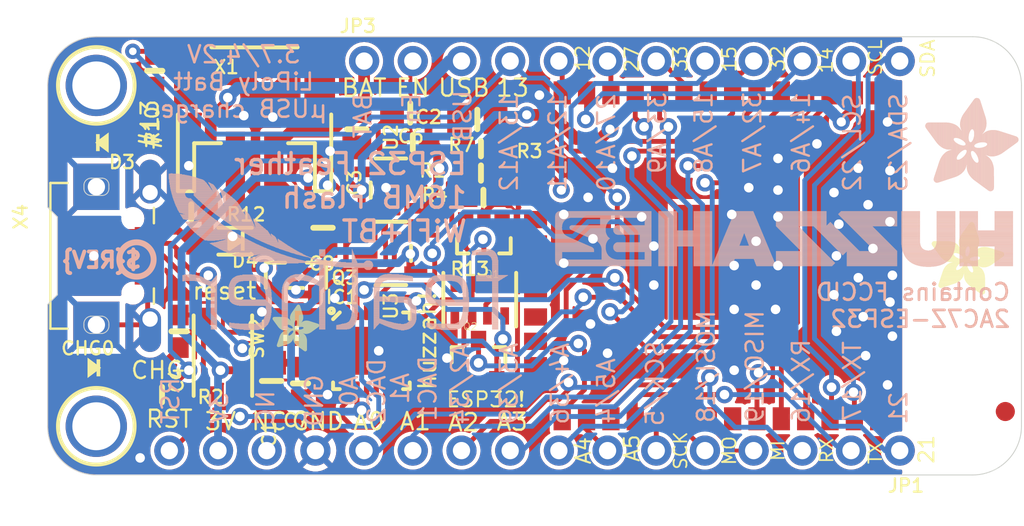
<source format=kicad_pcb>
(kicad_pcb (version 20221018) (generator pcbnew)
  (layers (0 "F.Cu" signal) (31 "B.Cu" signal) (34 "B.Paste" user) (35 "F.Paste" user) (36 "B.SilkS" user "B.Silkscreen") (37 "F.SilkS" user "F.Silkscreen") (38 "B.Mask" user) (39 "F.Mask" user) (44 "Edge.Cuts" user))
  (net 0 "")
  (net 1 "GND")
  (net 2 "VBUS")
  (net 3 "VBAT")
  (net 4 "N$1")
  (net 5 "N$3")
  (net 6 "N$4")
  (net 7 "3.3V")
  (net 8 "RESET")
  (net 9 "GPIO0")
  (net 10 "RXD0")
  (net 11 "TXD0")
  (net 12 "N$2")
  (net 13 "N$6")
  (net 14 "RTS")
  (net 15 "DTR")
  (net 16 "N$12")
  (net 17 "N$13")
  (net 18 "EN")
  (net 19 "GPIO2")
  (net 20 "A1_DAC1")
  (net 21 "A0_DAC2")
  (net 22 "IO16")
  (net 23 "IO17")
  (net 24 "MOSI")
  (net 25 "A5_IO4")
  (net 26 "SDA")
  (net 27 "SCL")
  (net 28 "IO33_A9")
  (net 29 "IO32_A7")
  (net 30 "IO27_A10")
  (net 31 "MISO")
  (net 32 "SCK")
  (net 33 "A4_IO36")
  (net 34 "A3_I39")
  (net 35 "IO13_A12")
  (net 36 "A2_I34")
  (net 37 "A13_I35")
  (net 38 "N$7")
  (net 39 "N$5")
  (net 40 "IO12_A11")
  (net 41 "IO15_A8")
  (net 42 "IO21")
  (net 43 "IO14_A6")
  (footprint "" (layer "F.Cu") (at 171.3611 114.5921)
    (fp_text reference "@HOLE0" hide)
    (fp_text value "")
  )
  (footprint "working:0805-NO" (layer "F.Cu") (at 134.7851 111.5314 -90)
    (fp_text reference "C1")
    (fp_text value "10uF")
  )
  (footprint "working:FIDUCIAL_1MM" (layer "F.Cu") (at 173.0593 113.1246 -90)
    (fp_text reference "U$35" hide)
    (fp_text value "FIDUCIAL_1MM" hide)
  )
  (footprint "working:SOT23-5" (layer "F.Cu") (at 141.0081 104.8766 -90)
    (fp_text reference "U3")
    (fp_text value "MCP73831T-2ACI/OT")
  )
  (footprint "working:0603-NO" (layer "F.Cu") (at 145.8341 101.9556 180)
    (fp_text reference "R4")
    (fp_text value "4.7K")
  )
  (footprint "working:BTN_KMR2_4.6X2.8" (layer "F.Cu") (at 132.2451 110.2106 -90)
    (fp_text reference "SW2")
    (fp_text value "KMR2")
  )
  (footprint "working:0805-NO" (layer "F.Cu") (at 142.0191 97.5506 180)
    (fp_text reference "C6")
    (fp_text value "10µF")
  )
  (footprint "working:0603-NO" (layer "F.Cu") (at 130.5941 102.7176)
    (fp_text reference "R12")
    (fp_text value "100K")
  )
  (footprint "working:0805-NO" (layer "F.Cu") (at 137.4671 103.5396 -90)
    (fp_text reference "C8")
    (fp_text value "10µF")
  )
  (footprint "working:QFN24_4MM_SMSC" (layer "F.Cu") (at 139.9921 109.9566)
    (fp_text reference "IC1")
    (fp_text value "CP2104")
  )
  (footprint "working:ADAFRUIT_2.5MM" (layer "F.Cu") (at 134.8359 109.982)
    (fp_text reference "U$14" hide)
    (fp_text value "" hide)
  )
  (footprint "working:WROOM32_SKINNY" (layer "F.Cu") (at 161.4551 105.0036 -90)
    (fp_text reference "X2" hide)
    (fp_text value "ESP32_WROOM32_SKINNY" hide)
  )
  (footprint "working:0603-NO" (layer "F.Cu") (at 129.9591 108.9406 -90)
    (fp_text reference "C4")
    (fp_text value "1uF")
  )
  (footprint "working:1X16_ROUND_MIN" (layer "F.Cu") (at 148.5011 115.1636 180)
    (fp_text reference "JP1")
    (fp_text value "")
  )
  (footprint "working:0603-NO" (layer "F.Cu") (at 129.0701 112.2426)
    (fp_text reference "R2")
    (fp_text value "1K")
  )
  (footprint "working:FIDUCIAL_1MM" (layer "F.Cu") (at 134.5311 95.3516 -90)
    (fp_text reference "U$34" hide)
    (fp_text value "FIDUCIAL_1MM" hide)
  )
  (footprint "working:SOT23-3" (layer "F.Cu") (at 145.5801 110.4646)
    (fp_text reference "Q2")
    (fp_text value "mmbt2222")
  )
  (footprint "working:SOD-123" (layer "F.Cu") (at 132.8801 104.2416 180)
    (fp_text reference "D4")
    (fp_text value "MBR120")
  )
  (footprint "working:MOUNTINGHOLE_2.5_PLATED" (layer "F.Cu") (at 125.6411 113.8936 -90)
    (fp_text reference "U$32" hide)
    (fp_text value "MOUNTINGHOLE2.5" hide)
  )
  (footprint "working:0603-NO" (layer "F.Cu") (at 128.6891 95.3516 -90)
    (fp_text reference "R10")
    (fp_text value "1K")
  )
  (footprint "working:0603-NO" (layer "F.Cu") (at 145.7071 99.4156)
    (fp_text reference "R3")
    (fp_text value "100K")
  )
  (footprint "working:4UCONN_20329_V2" (layer "F.Cu") (at 127.5461 105.0036 -90)
    (fp_text reference "X4")
    (fp_text value "20329")
    (fp_line (start -4.05 2.15) (end -4.05 1.6) (stroke (width 0.05)) (layer "Edge.Cuts"))
    (fp_line (start -3.7 1.25) (end -3.5 1.25) (stroke (width 0.05)) (layer "Edge.Cuts"))
    (fp_line (start -3.5 2.55) (end -3.7 2.55) (stroke (width 0.05)) (layer "Edge.Cuts"))
    (fp_line (start -3.15 1.6) (end -3.15 2.15) (stroke (width 0.05)) (layer "Edge.Cuts"))
    (fp_line (start 3.15 2.2) (end 3.15 1.6) (stroke (width 0.05)) (layer "Edge.Cuts"))
    (fp_line (start 4.05 1.6) (end 4.05 2.2) (stroke (width 0.05)) (layer "Edge.Cuts"))
    (fp_arc (start -4.05 1.6) (mid -3.947487 1.352513) (end -3.7 1.25) (stroke (width 0.05)) (layer "Edge.Cuts"))
    (fp_arc (start -3.7 2.55) (mid -3.957843 2.422487) (end -4.05 2.15) (stroke (width 0.05)) (layer "Edge.Cuts"))
    (fp_arc (start -3.5 1.25) (mid -3.252513 1.352513) (end -3.15 1.6) (stroke (width 0.05)) (layer "Edge.Cuts"))
    (fp_arc (start -3.15 2.15) (mid -3.242157 2.422487) (end -3.5 2.55) (stroke (width 0.05)) (layer "Edge.Cuts"))
    (fp_arc (start 3.15 1.6) (mid 3.302513 1.331802) (end 3.6 1.25) (stroke (width 0.05)) (layer "Edge.Cuts"))
    (fp_arc (start 3.6 1.25) (mid 3.897487 1.331802) (end 4.05 1.6) (stroke (width 0.05)) (layer "Edge.Cuts"))
    (fp_arc (start 3.6 2.55) (mid 3.302513 2.468198) (end 3.15 2.2) (stroke (width 0.05)) (layer "Edge.Cuts"))
    (fp_arc (start 4.05 2.2) (mid 3.897487 2.468198) (end 3.6 2.55) (stroke (width 0.05)) (layer "Edge.Cuts"))
  )
  (footprint "" (layer "F.Cu") (at 171.3611 95.4786)
    (fp_text reference "@HOLE1" hide)
    (fp_text value "")
  )
  (footprint "working:CHIPLED_0805_NOOUTLINE" (layer "F.Cu") (at 125.5141 110.8456 -90)
    (fp_text reference "CHG0")
    (fp_text value "ORANGE")
  )
  (footprint "working:0603-NO" (layer "F.Cu") (at 142.1511 99.0981)
    (fp_text reference "R7")
    (fp_text value "100K")
  )
  (footprint "working:0603-NO" (layer "F.Cu") (at 145.7071 100.6856 180)
    (fp_text reference "R1")
    (fp_text value "100K")
  )
  (footprint "working:0805-NO" (layer "F.Cu") (at 145.5166 97.8916 180)
    (fp_text reference "C2")
    (fp_text value "10uF")
  )
  (footprint "working:RESPACK_4X0603" (layer "F.Cu") (at 145.6436 107.2896)
    (fp_text reference "R13")
    (fp_text value "10K")
  )
  (footprint "working:0603-NO" (layer "F.Cu") (at 136.2921 111.6586 -90)
    (fp_text reference "C7")
    (fp_text value "1uF")
  )
  (footprint "working:MOUNTINGHOLE_2.5_PLATED" (layer "F.Cu") (at 125.6411 96.1136 -90)
    (fp_text reference "U$31" hide)
    (fp_text value "MOUNTINGHOLE2.5" hide)
  )
  (footprint "working:SOT23-5" (layer "F.Cu") (at 141.0081 101.5746 90)
    (fp_text reference "U2")
    (fp_text value "AP2112-3.3")
  )
  (footprint "working:SOT23-R" (layer "F.Cu") (at 136.0551 106.0196)
    (fp_text reference "Q3")
    (fp_text value "DMG3415U")
  )
  (footprint "working:CHIPLED_0805_NOOUTLINE" (layer "F.Cu") (at 125.9586 99.0981 90)
    (fp_text reference "D3")
    (fp_text value "RED")
  )
  (footprint "working:0805-NO" (layer "F.Cu") (at 139.2301 98.3996 -90)
    (fp_text reference "C3")
    (fp_text value "10µF")
  )
  (footprint "working:ADAFRUIT_3.5MM" (layer "F.Cu") (at 169.2021 107.0356)
    (fp_text reference "U$15" hide)
    (fp_text value "" hide)
  )
  (footprint "working:1X12_ROUND_MIN" (layer "F.Cu") (at 153.5811 94.8436)
    (fp_text reference "JP3")
    (fp_text value "")
  )
  (footprint "working:SOT23-3" (layer "F.Cu") (at 145.8595 104.1781 180)
    (fp_text reference "Q1")
    (fp_text value "mmbt2222")
  )
  (footprint "working:JSTPH2" (layer "F.Cu") (at 133.8961 97.1296)
    (fp_text reference "X1")
    (fp_text value "JSTPH")
  )
  (footprint "working:FEATHERLOGO_MED" (layer "B.Cu") (at 147.2311 108.9406 180)
    (fp_text reference "U$9" hide)
    (fp_text value "" hide)
  )
  (footprint "working:HUZZAH32" (layer "B.Cu") (at 173.4566 105.5751 180)
    (fp_text reference "U$43" hide)
    (fp_text value "" hide)
  )
  (footprint "working:ADAFRUIT_5MM" (layer "B.Cu") (at 168.8846 101.6381 90)
    (fp_text reference "U$7" hide)
    (fp_text value "" hide)
  )
  (footprint "working:PCBFEAT-REV-040" (layer "B.Cu") (at 127.7366 105.1941 180)
    (fp_text reference "U$13" hide)
    (fp_text value "" hide)
  )
  (gr_line (start 171.3611 93.5736) (end 125.6411 93.5736) (stroke (width 0.05)) (layer "Edge.Cuts"))
  (gr_arc (start 173.9011 113.8936) (mid 173.157151 115.689651) (end 171.3611 116.4336) (stroke (width 0.05)) (layer "Edge.Cuts"))
  (gr_arc (start 125.6411 116.4336) (mid 123.845049 115.689651) (end 123.1011 113.8936) (stroke (width 0.05)) (layer "Edge.Cuts"))
  (gr_line (start 173.9011 113.8936) (end 173.9011 96.1136) (stroke (width 0.05)) (layer "Edge.Cuts"))
  (gr_line (start 123.1011 107.5436) (end 123.1011 113.8936) (stroke (width 0.05)) (layer "Edge.Cuts"))
  (gr_line (start 123.1011 102.4636) (end 123.6091 102.9716) (stroke (width 0.05)) (layer "Edge.Cuts"))
  (gr_line (start 125.6411 116.4336) (end 171.3611 116.4336) (stroke (width 0.05)) (layer "Edge.Cuts"))
  (gr_arc (start 123.1011 96.1136) (mid 123.845049 94.317549) (end 125.6411 93.5736) (stroke (width 0.05)) (layer "Edge.Cuts"))
  (gr_line (start 123.1011 96.1136) (end 123.1011 102.4636) (stroke (width 0.05)) (layer "Edge.Cuts"))
  (gr_line (start 123.6091 102.9716) (end 123.6091 107.0356) (stroke (width 0.05)) (layer "Edge.Cuts"))
  (gr_line (start 123.6091 107.0356) (end 123.1011 107.5436) (stroke (width 0.05)) (layer "Edge.Cuts"))
  (gr_arc (start 171.3611 93.5736) (mid 173.157151 94.317549) (end 173.9011 96.1136) (stroke (width 0.05)) (layer "Edge.Cuts"))
  (gr_text "21" (at 167.4876 112.9411 -270) (layer "B.SilkS") (effects (font (size 0.89408 0.89408) (thickness 0.12192)) (justify mirror)))
  (gr_text "RX/16" (at 162.4076 111.5441 -270) (layer "B.SilkS") (effects (font (size 0.89408 0.89408) (thickness 0.12192)) (justify mirror)))
  (gr_text "27/A10" (at 152.2476 99.0981 -270) (layer "B.SilkS") (effects (font (size 0.89408 0.89408) (thickness 0.12192)) (justify mirror)))
  (gr_text "33/A9" (at 154.9146 98.5901 -270) (layer "B.SilkS") (effects (font (size 0.89408 0.89408) (thickness 0.12192)) (justify mirror)))
  (gr_text "NC" (at 134.4676 112.9411 -270) (layer "B.SilkS") (effects (font (size 0.89408 0.89408) (thickness 0.12192)) (justify mirror)))
  (gr_text "32/A7" (at 159.8676 98.5901 -270) (layer "B.SilkS") (effects (font (size 0.89408 0.89408) (thickness 0.12192)) (justify mirror)))
  (gr_text "SCL/22" (at 165.0746 99.0981 -270) (layer "B.SilkS") (effects (font (size 0.89408 0.89408) (thickness 0.12192)) (justify mirror)))
  (gr_text "BAT" (at 139.5476 97.7011 -270) (layer "B.SilkS") (effects (font (size 0.89408 0.89408) (thickness 0.12192)) (justify mirror)))
  (gr_text "A1\nDAC1" (at 142.2146 111.9251 -270) (layer "B.SilkS") (effects (font (size 0.89408 0.89408) (thickness 0.12192)) (justify mirror)))
  (gr_text "USB" (at 144.7546 97.7011 -270) (layer "B.SilkS") (effects (font (size 0.89408 0.89408) (thickness 0.12192)) (justify mirror)))
  (gr_text "TX/17" (at 165.0746 111.5441 -270) (layer "B.SilkS") (effects (font (size 0.89408 0.89408) (thickness 0.12192)) (justify mirror)))
  (gr_text "SDA/23" (at 167.4876 99.0981 -270) (layer "B.SilkS") (effects (font (size 0.89408 0.89408) (thickness 0.12192)) (justify mirror)))
  (gr_text "A0\nDAC2" (at 139.5476 112.0521 -270) (layer "B.SilkS") (effects (font (size 0.89408 0.89408) (thickness 0.12192)) (justify mirror)))
  (gr_text "SCK/5" (at 154.7876 111.6711 -270) (layer "B.SilkS") (effects (font (size 0.89408 0.89408) (thickness 0.12192)) (justify mirror)))
  (gr_text "14/A6" (at 162.4076 98.5901 -270) (layer "B.SilkS") (effects (font (size 0.89408 0.89408) (thickness 0.12192)) (justify mirror)))
  (gr_text "ESP32 Feather\n16MB Flash\nWiFI+BT" (at 145.0721 104.3686) (layer "B.SilkS") (effects (font (size 1.0922 1.0922) (thickness 0.1778)) (justify left bottom mirror)))
  (gr_text "A4/36" (at 149.8346 111.6711 -270) (layer "B.SilkS") (effects (font (size 0.89408 0.89408) (thickness 0.12192)) (justify mirror)))
  (gr_text "13/A12" (at 147.1676 99.0981 -270) (layer "B.SilkS") (effects (font (size 0.89408 0.89408) (thickness 0.12192)) (justify mirror)))
  (gr_text "A2/34" (at 144.6276 111.6711 -270) (layer "B.SilkS") (effects (font (size 0.89408 0.89408) (thickness 0.12192)) (justify mirror)))
  (gr_text "12/A11" (at 149.7076 99.0981 -270) (layer "B.SilkS") (effects (font (size 0.89408 0.89408) (thickness 0.12192)) (justify mirror)))
  (gr_text "Contains FCCID\n2AC7Z-ESP32" (at 173.3931 108.8136) (layer "B.SilkS") (effects (font (size 0.87376 0.87376) (thickness 0.14224)) (justify left bottom mirror)))
  (gr_text "3.7/4.2V\nLiPoly Batt\nµUSB charge" (at 133.3246 95.9231) (layer "B.SilkS") (effects (font (size 0.88392 0.88392) (thickness 0.13208)) (justify mirror)))
  (gr_text "GND" (at 137.0076 112.5601 -270) (layer "B.SilkS") (effects (font (size 0.89408 0.89408) (thickness 0.12192)) (justify mirror)))
  (gr_text "A3/39" (at 147.1676 111.6711 -270) (layer "B.SilkS") (effects (font (size 0.89408 0.89408) (thickness 0.12192)) (justify mirror)))
  (gr_text "A5/4" (at 152.2476 112.0521 -270) (layer "B.SilkS") (effects (font (size 0.89408 0.89408) (thickness 0.12192)) (justify mirror)))
  (gr_text "MISO/19" (at 159.9946 110.7821 -270) (layer "B.SilkS") (effects (font (size 0.89408 0.89408) (thickness 0.12192)) (justify mirror)))
  (gr_text "15/A8" (at 157.3276 98.5901 -270) (layer "B.SilkS") (effects (font (size 0.89408 0.89408) (thickness 0.12192)) (justify mirror)))
  (gr_text "MOSI/18" (at 157.4546 110.7821 -270) (layer "B.SilkS") (effects (font (size 0.89408 0.89408) (thickness 0.12192)) (justify mirror)))
  (gr_text "En" (at 142.0876 97.3201 -270) (layer "B.SilkS") (effects (font (size 0.89408 0.89408) (thickness 0.12192)) (justify mirror)))
  (gr_text "3V" (at 132.0546 112.9411 -270) (layer "B.SilkS") (effects (font (size 0.89408 0.89408) (thickness 0.12192)) (justify mirror)))
  (gr_text "RST" (at 129.5146 112.5601 -270) (layer "B.SilkS") (effects (font (size 0.89408 0.89408) (thickness 0.12192)) (justify mirror)))
  (gr_text "EN" (at 142.1511 96.2406) (layer "F.SilkS") (effects (font (size 0.89408 0.89408) (thickness 0.12192))))
  (gr_text "27" (at 153.5811 94.742 90) (layer "F.SilkS") (effects (font (size 0.715264 0.715264) (thickness 0.097536))))
  (gr_text "reset" (at 132.3213 106.8324) (layer "F.SilkS") (effects (font (size 0.89408 0.89408) (thickness 0.12192))))
  (gr_text "21" (at 168.9481 115.1001 90) (layer "F.SilkS") (effects (font (size 0.78232 0.78232) (thickness 0.10668))))
  (gr_text "15" (at 158.6611 94.742 90) (layer "F.SilkS") (effects (font (size 0.715264 0.715264) (thickness 0.097536))))
  (gr_text "RST" (at 129.4511 113.5126) (layer "F.SilkS") (effects (font (size 0.89408 0.89408) (thickness 0.12192))))
  (gr_text "A4" (at 151.0411 115.1636 90) (layer "F.SilkS") (effects (font (size 0.78232 0.78232) (thickness 0.10668))))
  (gr_text "A1" (at 142.2781 113.6396) (layer "F.SilkS") (effects (font (size 0.89408 0.89408) (thickness 0.12192))))
  (gr_text "MO" (at 158.6611 115.1636 90) (layer "F.SilkS") (effects (font (size 0.692912 0.692912) (thickness 0.094488))))
  (gr_text "12" (at 151.0157 94.6912 90) (layer "F.SilkS") (effects (font (size 0.715264 0.715264) (thickness 0.097536))))
  (gr_text "A5" (at 153.5811 115.0366 90) (layer "F.SilkS") (effects (font (size 0.78232 0.78232) (thickness 0.10668))))
  (gr_text "SCL" (at 166.2811 94.6531 90) (layer "F.SilkS") (effects (font (size 0.67056 0.67056) (thickness 0.09144))))
  (gr_text "CHG" (at 128.8161 110.9726) (layer "F.SilkS") (effects (font (size 0.89408 0.89408) (thickness 0.12192))))
  (gr_text "NC" (at 134.6581 113.6396) (layer "F.SilkS") (effects (font (size 0.89408 0.89408) (thickness 0.12192))))
  (gr_text "GND" (at 137.1981 113.6396) (layer "F.SilkS") (effects (font (size 0.89408 0.89408) (thickness 0.12192))))
  (gr_text "BAT" (at 139.6111 96.2406) (layer "F.SilkS") (effects (font (size 0.89408 0.89408) (thickness 0.12192))))
  (gr_text "SCK" (at 156.1211 115.1636 90) (layer "F.SilkS") (effects (font (size 0.67056 0.67056) (thickness 0.09144))))
  (gr_text "SDA" (at 169.0116 94.7166 90) (layer "F.SilkS") (effects (font (size 0.715264 0.715264) (thickness 0.097536))))
  (gr_text "33" (at 156.1084 94.7166 90) (layer "F.SilkS") (effects (font (size 0.715264 0.715264) (thickness 0.097536))))
  (gr_text "ESP32!" (at 145.9611 112.4966) (layer "F.SilkS") (effects (font (size 0.78232 0.78232) (thickness 0.10668))))
  (gr_text "RX" (at 163.7411 115.1636 90) (layer "F.SilkS") (effects (font (size 0.67056 0.67056) (thickness 0.09144))))
  (gr_text "A2" (at 144.7927 113.6904) (layer "F.SilkS") (effects (font (size 0.89408 0.89408) (thickness 0.12192))))
  (gr_text "huzzah!" (at 142.9131 109.4486 90) (layer "F.SilkS") (effects (font (size 0.89408 0.89408) (thickness 0.12192))))
  (gr_text "USB" (at 144.8181 96.2406) (layer "F.SilkS") (effects (font (size 0.89408 0.89408) (thickness 0.12192))))
  (gr_text "3V" (at 132.1181 113.6396) (layer "F.SilkS") (effects (font (size 0.89408 0.89408) (thickness 0.12192))))
  (gr_text "A0" (at 139.8651 113.6396) (layer "F.SilkS") (effects (font (size 0.89408 0.89408) (thickness 0.12192))))
  (gr_text "13" (at 147.3581 96.2406) (layer "F.SilkS") (effects (font (size 0.89408 0.89408) (thickness 0.12192))))
  (gr_text "A3" (at 147.3327 113.665) (layer "F.SilkS") (effects (font (size 0.89408 0.89408) (thickness 0.12192))))
  (gr_text "#13" (at 128.4351 98.1456 90) (layer "F.SilkS") (effects (font (size 0.89408 0.89408) (thickness 0.12192))))
  (gr_text "TX" (at 166.2811 115.2906 90) (layer "F.SilkS") (effects (font (size 0.67056 0.67056) (thickness 0.09144))))
  (gr_text "32" (at 161.2011 94.7166 90) (layer "F.SilkS") (effects (font (size 0.715264 0.715264) (thickness 0.097536))))
  (gr_text "14" (at 163.6903 94.8055 90) (layer "F.SilkS") (effects (font (size 0.715264 0.715264) (thickness 0.097536))))
  (gr_text "MI" (at 161.2011 115.1636 90) (layer "F.SilkS") (effects (font (size 0.67056 0.67056) (thickness 0.09144))))
  (segment (start 125.6461 108.6036) (end 128.1461 108.6036) (width 0.254) (layer "F.Cu") (net 1))
  (segment (start 136.2921 112.5086) (end 133.2931 112.5086) (width 0.254) (layer "F.Cu") (net 1))
  (segment (start 128.3211 108.1786) (end 128.4461 108.3036) (width 0.254) (layer "F.Cu") (net 1))
  (segment (start 150.1521 100.0506) (end 151.6761 100.0506) (width 0.254) (layer "F.Cu") (net 1))
  (segment (start 128.1461 108.6036) (end 128.4461 108.3036) (width 0.254) (layer "F.Cu") (net 1))
  (segment (start 139.9921 109.2066) (end 139.9921 109.7026) (width 0.254) (layer "F.Cu") (net 1))
  (segment (start 141.0437 97.5506) (end 141.0691 97.5506) (width 0.254) (layer "F.Cu") (net 1))
  (segment (start 140.3477 98.2466) (end 141.0437 97.5506) (width 0.254) (layer "F.Cu") (net 1))
  (segment (start 144.5666 97.8916) (end 144.8571 98.1821) (width 0.254) (layer "F.Cu") (net 1))
  (segment (start 132.8961 103.9376) (end 132.8961 100.8296) (width 0.6096) (layer "F.Cu") (net 1))
  (segment (start 149.3901 99.2886) (end 150.1521 100.0506) (width 0.254) (layer "F.Cu") (net 1))
  (segment (start 128.3211 106.3036) (end 128.3211 108.1786) (width 0.254) (layer "F.Cu") (net 1))
  (segment (start 140.1191 109.7026) (end 140.3731 109.9566) (width 0.254) (layer "F.Cu") (net 1))
  (segment (start 129.9591 109.9566) (end 129.1971 110.7186) (width 0.254) (layer "F.Cu") (net 1))
  (segment (start 124.6961 101.4036) (end 125.6461 101.4036) (width 0.254) (layer "F.Cu") (net 1))
  (segment (start 147.5359 101.9166) (end 147.5359 99.6696) (width 0.2032) (layer "F.Cu") (net 1))
  (segment (start 140.3477 99.2886) (end 140.3477 98.2466) (width 0.254) (layer "F.Cu") (net 1))
  (segment (start 133.2931 112.5086) (end 133.0451 112.2606) (width 0.254) (layer "F.Cu") (net 1))
  (segment (start 139.9921 109.2066) (end 137.9921 109.2066) (width 0.254) (layer "F.Cu") (net 1))
  (segment (start 129.9591 109.7906) (end 129.9591 109.9566) (width 0.254) (layer "F.Cu") (net 1))
  (segment (start 147.9931 99.2886) (end 149.3901 99.2886) (width 0.254) (layer "F.Cu") (net 1))
  (segment (start 139.9921 109.7026) (end 140.1191 109.7026) (width 0.254) (layer "F.Cu") (net 1))
  (segment (start 139.2301 99.3496) (end 140.3121 99.3496) (width 0.254) (layer "F.Cu") (net 1))
  (segment (start 144.8571 98.1821) (end 144.8571 99.4156) (width 0.254) (layer "F.Cu") (net 1))
  (via (at 166.9161 98.0186) (size 0.9064) (drill 0.5) (layers "F.Cu" "B.Cu") (net 1))
  (via (at 166.1541 104.6226) (size 0.9064) (drill 0.5) (layers "F.Cu" "B.Cu") (net 1))
  (via (at 158.9151 105.5116) (size 0.9064) (drill 0.5) (layers "F.Cu" "B.Cu") (net 1))
  (via (at 165.6461 108.1786) (size 0.9064) (drill 0.5) (layers "F.Cu" "B.Cu") (net 1))
  (via (at 150.0251 102.8446) (size 0.9064) (drill 0.5) (layers "F.Cu" "B.Cu") (net 1))
  (via (at 164.2491 105.0036) (size 0.9064) (drill 0.5) (layers "F.Cu" "B.Cu") (net 1))
  (via (at 158.9151 107.7976) (size 0.9064) (drill 0.5) (layers "F.Cu" "B.Cu") (net 1))
  (via (at 140.3731 109.9566) (size 0.9064) (drill 0.5) (layers "F.Cu" "B.Cu") (net 1))
  (via (at 127.9271 115.5446) (size 0.9064) (drill 0.5) (layers "F.Cu" "B.Cu") (net 1))
  (via (at 132.7531 103.9876) (size 0.9064) (drill 0.5) (layers "F.Cu" "B.Cu") (net 1))
  (via (at 161.2011 101.5746) (size 0.9064) (drill 0.5) (layers "F.Cu" "B.Cu") (net 1))
  (via (at 164.1221 101.7016) (size 0.9064) (drill 0.5) (layers "F.Cu" "B.Cu") (net 1))
  (via (at 150.0251 105.3846) (size 0.9064) (drill 0.5) (layers "F.Cu" "B.Cu") (net 1))
  (via (at 151.5491 104.1146) (size 0.9064) (drill 0.5) (layers "F.Cu" "B.Cu") (net 1))
  (via (at 151.4221 108.5596) (size 0.9064) (drill 0.5) (layers "F.Cu" "B.Cu") (net 1))
  (via (at 138.0871 107.2134) (size 0.9064) (drill 0.5) (layers "F.Cu" "B.Cu") (net 1))
  (via (at 130.4671 100.3046) (size 0.9064) (drill 0.5) (layers "F.Cu" "B.Cu") (net 1))
  (via (at 151.2951 101.9556) (size 0.9064) (drill 0.5) (layers "F.Cu" "B.Cu") (net 1))
  (via (at 143.9291 110.3376) (size 0.9064) (drill 0.5) (layers "F.Cu" "B.Cu") (net 1))
  (via (at 154.0891 102.9716) (size 0.9064) (drill 0.5) (layers "F.Cu" "B.Cu") (net 1))
  (via (at 154.7241 106.5276) (size 0.9064) (drill 0.5) (layers "F.Cu" "B.Cu") (net 1))
  (via (at 154.7241 104.4956) (size 0.9064) (drill 0.5) (layers "F.Cu" "B.Cu") (net 1))
  (via (at 164.2491 108.9406) (size 0.9064) (drill 0.5) (layers "F.Cu" "B.Cu") (net 1))
  (via (at 167.1701 109.1946) (size 0.9064) (drill 0.5) (layers "F.Cu" "B.Cu") (net 1))
  (via (at 134.2771 107.9246) (size 0.9064) (drill 0.5) (layers "F.Cu" "B.Cu") (net 1))
  (via (at 137.7061 112.2426) (size 0.9064) (drill 0.5) (layers "F.Cu" "B.Cu") (net 1))
  (via (at 161.0741 107.7976) (size 0.9064) (drill 0.5) (layers "F.Cu" "B.Cu") (net 1))
  (via (at 161.2011 102.9716) (size 0.9064) (drill 0.5) (layers "F.Cu" "B.Cu") (net 1))
  (via (at 160.0581 104.2416) (size 0.9064) (drill 0.5) (layers "F.Cu" "B.Cu") (net 1))
  (via (at 133.3373 97.6884) (size 0.9064) (drill 0.5) (layers "F.Cu" "B.Cu") (net 1))
  (via (at 152.3111 110.0836) (size 0.9064) (drill 0.5) (layers "F.Cu" "B.Cu") (net 1))
  (via (at 161.2011 105.5116) (size 0.9064) (drill 0.5) (layers "F.Cu" "B.Cu") (net 1))
  (via (at 148.7551 96.6216) (size 0.9064) (drill 0.5) (layers "F.Cu" "B.Cu") (net 1))
  (via (at 167.1701 106.0196) (size 0.9064) (drill 0.5) (layers "F.Cu" "B.Cu") (net 1))
  (via (at 125.5141 105.0036) (size 0.9064) (drill 0.5) (layers "F.Cu" "B.Cu") (net 1))
  (via (at 165.3921 100.4316) (size 0.9064) (drill 0.5) (layers "F.Cu" "B.Cu") (net 1))
  (via (at 164.1221 107.0356) (size 0.9064) (drill 0.5) (layers "F.Cu" "B.Cu") (net 1))
  (via (at 167.0431 107.4166) (size 0.9064) (drill 0.5) (layers "F.Cu" "B.Cu") (net 1))
  (via (at 167.0431 103.2256) (size 0.9064) (drill 0.5) (layers "F.Cu" "B.Cu") (net 1))
  (via (at 134.8486 97.7646) (size 0.9064) (drill 0.5) (layers "F.Cu" "B.Cu") (net 1))
  (via (at 137.8331 99.5426) (size 0.9064) (drill 0.5) (layers "F.Cu" "B.Cu") (net 1))
  (via (at 167.0431 100.5586) (size 0.9064) (drill 0.5) (layers "F.Cu" "B.Cu") (net 1))
  (via (at 160.0581 106.5276) (size 0.9064) (drill 0.5) (layers "F.Cu" "B.Cu") (net 1))
  (via (at 140.7541 101.4476) (size 0.9064) (drill 0.5) (layers "F.Cu" "B.Cu") (net 1))
  (via (at 165.7731 110.2106) (size 0.9064) (drill 0.5) (layers "F.Cu" "B.Cu") (net 1))
  (via (at 161.2011 99.9236) (size 0.9064) (drill 0.5) (layers "F.Cu" "B.Cu") (net 1))
  (via (at 166.9161 111.7346) (size 0.9064) (drill 0.5) (layers "F.Cu" "B.Cu") (net 1))
  (via (at 165.9001 102.3366) (size 0.9064) (drill 0.5) (layers "F.Cu" "B.Cu") (net 1))
  (via (at 159.6771 101.4476) (size 0.9064) (drill 0.5) (layers "F.Cu" "B.Cu") (net 1))
  (via (at 165.3921 106.1466) (size 0.9064) (drill 0.5) (layers "F.Cu" "B.Cu") (net 1))
  (via (at 158.9151 110.9726) (size 0.9064) (drill 0.5) (layers "F.Cu" "B.Cu") (net 1))
  (via (at 163.2331 99.1616) (size 0.9064) (drill 0.5) (layers "F.Cu" "B.Cu") (net 1))
  (via (at 150.0251 110.4646) (size 0.889) (drill 0.4826) (layers "F.Cu" "B.Cu") (net 1))
  (via (at 164.3761 103.3526) (size 0.9064) (drill 0.5) (layers "F.Cu" "B.Cu") (net 1))
  (via (at 158.7881 102.8446) (size 0.9064) (drill 0.5) (layers "F.Cu" "B.Cu") (net 1))
  (via (at 152.5651 100.4316) (size 0.9064) (drill 0.5) (layers "F.Cu" "B.Cu") (net 1))
  (segment (start 124.4641 110.8456) (end 124.2441 110.8456) (width 0.254) (layer "F.Cu") (net 2))
  (segment (start 131.4441 102.7176) (end 131.6101 102.5516) (width 0.6096) (layer "F.Cu") (net 2))
  (segment (start 135.1051 107.0196) (end 135.1051 106.9746) (width 0.4064) (layer "F.Cu") (net 2))
  (segment (start 132.4991 105.6386) (end 131.1021 104.2416) (width 0.4064) (layer "F.Cu") (net 2))
  (segment (start 132.4991 105.6386) (end 134.4041 105.6386) (width 0.4064) (layer "F.Cu") (net 2))
  (segment (start 127.1651 103.7336) (end 128.2911 103.7336) (width 0.254) (layer "F.Cu") (net 2))
  (segment (start 134.4041 106.2736) (end 134.4041 105.6386) (width 0.4064) (layer "F.Cu") (net 2))
  (segment (start 139.2421 111.9566) (end 139.2421 112.8134) (width 0.254) (layer "F.Cu") (net 2))
  (segment (start 126.6571 103.2256) (end 127.1651 103.7336) (width 0.254) (layer "F.Cu") (net 2))
  (segment (start 131.4441 103.8276) (end 131.4441 102.7176) (width 0.6096) (layer "F.Cu") (net 2))
  (segment (start 124.1171 107.0864) (end 124.1171 103.4796) (width 0.254) (layer "F.Cu") (net 2))
  (segment (start 139.2421 112.8134) (end 139.4841 113.0554) (width 0.254) (layer "F.Cu") (net 2))
  (segment (start 124.1171 103.4796) (end 124.3711 103.2256) (width 0.254) (layer "F.Cu") (net 2))
  (segment (start 131.6101 102.5516) (end 131.6101 97.8662) (width 0.6096) (layer "F.Cu") (net 2))
  (segment (start 142.3082 105.8266) (end 142.0241 105.5425) (width 0.4064) (layer "F.Cu") (net 2))
  (segment (start 123.6091 110.2106) (end 123.6091 107.5944) (width 0.254) (layer "F.Cu") (net 2))
  (segment (start 128.2911 103.7336) (end 128.3211 103.7036) (width 0.254) (layer "F.Cu") (net 2))
  (segment (start 132.4991 96.9772) (end 132.4991 96.7486) (width 0.6096) (layer "F.Cu") (net 2))
  (segment (start 124.3711 103.2256) (end 126.6571 103.2256) (width 0.254) (layer "F.Cu") (net 2))
  (segment (start 124.2441 110.8456) (end 123.6091 110.2106) (width 0.254) (layer "F.Cu") (net 2))
  (segment (start 135.1051 106.9746) (end 134.4041 106.2736) (width 0.4064) (layer "F.Cu") (net 2))
  (segment (start 131.0301 104.2416) (end 131.4441 103.8276) (width 0.254) (layer "F.Cu") (net 2))
  (segment (start 123.6091 107.5944) (end 124.1171 107.0864) (width 0.254) (layer "F.Cu") (net 2))
  (segment (start 130.4671 104.2416) (end 131.0301 104.2416) (width 0.4064) (layer "F.Cu") (net 2))
  (segment (start 142.0241 105.5425) (end 142.0241 104.9075) (width 0.4064) (layer "F.Cu") (net 2))
  (segment (start 128.3211 103.7036) (end 129.9291 103.7036) (width 0.381) (layer "F.Cu") (net 2))
  (segment (start 129.9291 103.7036) (end 130.4671 104.2416) (width 0.4064) (layer "F.Cu") (net 2))
  (segment (start 131.6101 97.8662) (end 132.4991 96.9772) (width 0.6096) (layer "F.Cu") (net 2))
  (segment (start 131.1021 104.2416) (end 131.0301 104.2416) (width 0.4064) (layer "F.Cu") (net 2))
  (via (at 142.0241 104.9075) (size 0.9064) (drill 0.5) (layers "F.Cu" "B.Cu") (net 2))
  (via (at 139.4841 113.0554) (size 0.9064) (drill 0.5) (layers "F.Cu" "B.Cu") (net 2))
  (via (at 134.4041 105.6386) (size 0.9064) (drill 0.5) (layers "F.Cu" "B.Cu") (net 2))
  (via (at 132.4991 96.7486) (size 0.9064) (drill 0.5) (layers "F.Cu" "B.Cu") (net 2))
  (segment (start 137.3251 113.1316) (end 135.8011 111.6076) (width 0.4064) (layer "B.Cu") (net 2))
  (segment (start 136.6647 107.6706) (end 137.0457 107.2896) (width 0.4064) (layer "B.Cu") (net 2))
  (segment (start 133.0071 96.2406) (end 132.4991 96.7486) (width 0.6096) (layer "B.Cu") (net 2))
  (segment (start 138.4681 105.3846) (end 141.3891 105.3846) (width 0.4064) (layer "B.Cu") (net 2))
  (segment (start 139.4079 113.1316) (end 139.4841 113.0554) (width 0.4064) (layer "B.Cu") (net 2))
  (segment (start 135.8011 107.6706) (end 135.4201 107.6706) (width 0.4064) (layer "B.Cu") (net 2))
  (segment (start 141.8662 104.9075) (end 141.3891 105.3846) (width 0.4064) (layer "B.Cu") (net 2))
  (segment (start 137.3251 113.1316) (end 139.4079 113.1316) (width 0.4064) (layer "B.Cu") (net 2))
  (segment (start 135.8011 111.6076) (end 135.8011 107.6706) (width 0.4064) (layer "B.Cu") (net 2))
  (segment (start 142.6591 96.2406) (end 144.0561 94.8436) (width 0.6096) (layer "B.Cu") (net 2))
  (segment (start 135.4201 107.6706) (end 134.4041 106.6546) (width 0.4064) (layer "B.Cu") (net 2))
  (segment (start 133.0071 96.2406) (end 142.6591 96.2406) (width 0.6096) (layer "B.Cu") (net 2))
  (segment (start 142.0241 104.9075) (end 141.8662 104.9075) (width 0.4064) (layer "B.Cu") (net 2))
  (segment (start 134.4041 106.6546) (end 134.4041 105.6386) (width 0.4064) (layer "B.Cu") (net 2))
  (segment (start 136.6647 107.6706) (end 135.8011 107.6706) (width 0.4064) (layer "B.Cu") (net 2))
  (segment (start 144.0561 94.8436) (end 144.6911 94.8436) (width 0.6096) (layer "B.Cu") (net 2))
  (segment (start 138.4681 105.3846) (end 137.0711 106.7816) (width 0.4064) (layer "B.Cu") (net 2))
  (segment (start 137.0711 106.7816) (end 137.0711 107.2896) (width 0.4064) (layer "B.Cu") (net 2))
  (segment (start 137.0457 107.2896) (end 137.0711 107.2896) (width 0.4064) (layer "B.Cu") (net 2))
  (segment (start 136.6081 105.8266) (end 136.0551 105.2736) (width 0.4064) (layer "F.Cu") (net 3))
  (segment (start 135.8011 98.5266) (end 137.8881 98.5266) (width 0.6096) (layer "F.Cu") (net 3))
  (segment (start 144.5387 100.6856) (end 144.8571 100.6856) (width 0.254) (layer "F.Cu") (net 3))
  (segment (start 138.9651 97.4496) (end 139.2191 97.4496) (width 0.6096) (layer "F.Cu") (net 3))
  (segment (start 136.0551 105.2736) (end 136.0551 105.0196) (width 0.4064) (layer "F.Cu") (net 3))
  (segment (start 139.708 105.8266) (end 136.6081 105.8266) (width 0.4064) (layer "F.Cu") (net 3))
  (segment (start 140.8201 105.8012) (end 141.1859 105.4354) (width 0.254) (layer "F.Cu") (net 3))
  (segment (start 143.4211 103.2256) (end 143.6751 102.9716) (width 0.254) (layer "F.Cu") (net 3))
  (segment (start 139.6111 97.0576) (end 139.6111 94.8436) (width 0.6096) (layer "F.Cu") (net 3))
  (segment (start 139.0311 97.6376) (end 139.2191 97.4496) (width 0.4064) (layer "F.Cu") (net 3))
  (segment (start 144.0053 101.219) (end 144.5387 100.6856) (width 0.254) (layer "F.Cu") (net 3))
  (segment (start 144.0053 102.0699) (end 144.0053 102.0445) (width 0.254) (layer "F.Cu") (net 3))
  (segment (start 134.7851 99.5426) (end 134.7851 100.1776) (width 0.4064) (layer "F.Cu") (net 3))
  (segment (start 139.708 105.8266) (end 140.8201 105.8266) (width 0.254) (layer "F.Cu") (net 3))
  (segment (start 136.0551 101.9556) (end 136.0551 105.0196) (width 0.4064) (layer "F.Cu") (net 3))
  (segment (start 141.1859 103.2256) (end 143.4211 103.2256) (width 0.254) (layer "F.Cu") (net 3))
  (segment (start 143.6751 102.4001) (end 144.0053 102.0699) (width 0.254) (layer "F.Cu") (net 3))
  (segment (start 141.1859 105.4354) (end 141.1859 103.2256) (width 0.254) (layer "F.Cu") (net 3))
  (segment (start 137.8881 98.5266) (end 138.9651 97.4496) (width 0.6096) (layer "F.Cu") (net 3))
  (segment (start 135.0396 100.6861) (end 135.0396 100.4321) (width 0.4064) (layer "F.Cu") (net 3))
  (segment (start 144.0053 102.0445) (end 144.0053 101.219) (width 0.254) (layer "F.Cu") (net 3))
  (segment (start 144.5641 100.6856) (end 144.8571 100.6856) (width 0.254) (layer "F.Cu") (net 3))
  (segment (start 134.8961 100.8296) (end 135.0396 100.6861) (width 0.4064) (layer "F.Cu") (net 3))
  (segment (start 134.7851 100.1776) (end 135.0396 100.4321) (width 0.254) (layer "F.Cu") (net 3))
  (segment (start 143.6751 102.9716) (end 143.6751 102.4001) (width 0.254) (layer "F.Cu") (net 3))
  (segment (start 139.2191 97.4496) (end 139.6111 97.0576) (width 0.6096) (layer "F.Cu") (net 3))
  (segment (start 140.8201 105.8266) (end 140.8201 105.8012) (width 0.254) (layer "F.Cu") (net 3))
  (segment (start 135.0396 100.9401) (end 136.0551 101.9556) (width 0.4064) (layer "F.Cu") (net 3))
  (segment (start 135.0396 100.6861) (end 135.0396 100.9401) (width 0.4064) (layer "F.Cu") (net 3))
  (segment (start 134.7851 99.5426) (end 135.8011 98.5266) (width 0.6096) (layer "F.Cu") (net 3))
  (segment (start 139.2191 97.4496) (end 139.2301 97.4496) (width 0.6096) (layer "F.Cu") (net 3))
  (segment (start 126.5641 110.8456) (end 126.8231 110.8456) (width 0.254) (layer "F.Cu") (net 4))
  (segment (start 126.8231 110.8456) (end 128.2201 112.2426) (width 0.254) (layer "F.Cu") (net 4))
  (segment (start 138.1125 101.3206) (end 137.7061 101.3206) (width 0.254) (layer "F.Cu") (net 5))
  (segment (start 139.5501 103.9266) (end 139.708 103.9266) (width 0.254) (layer "F.Cu") (net 5))
  (segment (start 138.7221 101.9302) (end 138.1125 101.3206) (width 0.254) (layer "F.Cu") (net 5))
  (segment (start 129.9201 111.5196) (end 130.4671 110.9726) (width 0.254) (layer "F.Cu") (net 5))
  (segment (start 138.7221 103.0986) (end 139.5501 103.9266) (width 0.254) (layer "F.Cu") (net 5))
  (segment (start 138.7221 103.0986) (end 138.7221 101.9302) (width 0.254) (layer "F.Cu") (net 5))
  (segment (start 129.9201 112.2426) (end 129.9201 111.5196) (width 0.254) (layer "F.Cu") (net 5))
  (via (at 130.4671 110.9726) (size 0.9064) (drill 0.5) (layers "F.Cu" "B.Cu") (net 5))
  (via (at 137.7061 101.3206) (size 0.9064) (drill 0.5) (layers "F.Cu" "B.Cu") (net 5))
  (segment (start 129.5019 109.9566) (end 130.4671 110.9218) (width 0.254) (layer "B.Cu") (net 5))
  (segment (start 129.5019 104.4956) (end 129.5019 109.9566) (width 0.254) (layer "B.Cu") (net 5))
  (segment (start 133.9469 100.0506) (end 137.1981 100.0506) (width 0.254) (layer "B.Cu") (net 5))
  (segment (start 130.4671 110.9218) (end 130.4671 110.9726) (width 0.254) (layer "B.Cu") (net 5))
  (segment (start 129.5019 104.4956) (end 133.9469 100.0506) (width 0.254) (layer "B.Cu") (net 5))
  (segment (start 137.1981 100.0506) (end 137.7061 100.5586) (width 0.254) (layer "B.Cu") (net 5))
  (segment (start 137.7061 100.5586) (end 137.7061 101.3206) (width 0.254) (layer "B.Cu") (net 5))
  (segment (start 144.1831 102.5906) (end 144.5641 102.2096) (width 0.254) (layer "F.Cu") (net 6))
  (segment (start 142.8471 103.9266) (end 143.6091 103.9266) (width 0.254) (layer "F.Cu") (net 6))
  (segment (start 142.8471 103.9266) (end 142.3082 103.9266) (width 0.254) (layer "F.Cu") (net 6))
  (segment (start 143.6091 103.9266) (end 144.1831 103.3526) (width 0.254) (layer "F.Cu") (net 6))
  (segment (start 144.1831 103.3526) (end 144.1831 102.5906) (width 0.254) (layer "F.Cu") (net 6))
  (segment (start 144.8181 101.9556) (end 144.9841 101.9556) (width 0.254) (layer "F.Cu") (net 6))
  (segment (start 144.5641 102.2096) (end 144.8181 101.9556) (width 0.254) (layer "F.Cu") (net 6))
  (segment (start 138.7421 111.7546) (end 138.7421 111.9566) (width 0.254) (layer "F.Cu") (net 7))
  (segment (start 138.0871 100.4316) (end 139.2301 101.5746) (width 0.4064) (layer "F.Cu") (net 7))
  (segment (start 136.2921 110.8086) (end 135.9041 110.8086) (width 0.254) (layer "F.Cu") (net 7))
  (segment (start 150.6855 98.9076) (end 151.9301 98.9076) (width 0.6096) (layer "F.Cu") (net 7))
  (segment (start 137.1981 100.4316) (end 138.0871 100.4316) (width 0.4064) (layer "F.Cu") (net 7))
  (segment (start 142.2781 112.2426) (end 147.1041 112.2426) (width 0.254) (layer "F.Cu") (net 7))
  (segment (start 134.7851 110.5814) (end 136.0649 110.5814) (width 0.4064) (layer "F.Cu") (net 7))
  (segment (start 134.3939 110.9726) (end 134.7851 110.5814) (width 0.4064) (layer "F.Cu") (net 7))
  (segment (start 139.0269 113.9444) (end 140.0429 113.9444) (width 0.254) (layer "F.Cu") (net 7))
  (segment (start 139.4841 102.3007) (end 139.708 102.5246) (width 0.4064) (layer "F.Cu") (net 7))
  (segment (start 145.9611 108.0571) (end 146.0436 108.1396) (width 0.254) (layer "F.Cu") (net 7))
  (segment (start 138.4681 112.8776) (end 138.4681 113.3856) (width 0.254) (layer "F.Cu") (net 7))
  (segment (start 141.2367 112.7506) (end 141.7701 112.7506) (width 0.254) (layer "F.Cu") (net 7))
  (segment (start 138.1941 111.2066) (end 138.7421 111.7546) (width 0.254) (layer "F.Cu") (net 7))
  (segment (start 147.4851 107.2896) (end 146.2151 107.2896) (width 0.254) (layer "F.Cu") (net 7))
  (segment (start 147.1041 112.2426) (end 147.6121 111.7346) (width 0.254) (layer "F.Cu") (net 7))
  (segment (start 149.4282 97.6503) (end 148.0947 97.6503) (width 0.6096) (layer "F.Cu") (net 7))
  (segment (start 136.0649 110.5814) (end 136.2921 110.8086) (width 0.4064) (layer "F.Cu") (net 7))
  (segment (start 147.6121 107.4166) (end 147.4851 107.2896) (width 0.254) (layer "F.Cu") (net 7))
  (segment (start 146.0881 108.0951) (end 146.0436 108.1396) (width 0.254) (layer "F.Cu") (net 7))
  (segment (start 138.7421 112.6036) (end 138.4681 112.8776) (width 0.254) (layer "F.Cu") (net 7))
  (segment (start 137.9921 110.7066) (end 136.3581 110.7066) (width 0.254) (layer "F.Cu") (net 7))
  (segment (start 136.6901 100.9396) (end 136.6901 101.7016) (width 0.4064) (layer "F.Cu") (net 7))
  (segment (start 137.9921 110.7066) (end 137.9921 111.2066) (width 0.254) (layer "F.Cu") (net 7))
  (segment (start 136.6901 100.9396) (end 137.1981 100.4316) (width 0.4064) (layer "F.Cu") (net 7))
  (segment (start 149.4282 97.6503) (end 150.6855 98.9076) (width 0.6096) (layer "F.Cu") (net 7))
  (segment (start 137.4671 102.4786) (end 137.4671 102.5896) (width 0.4064) (layer "F.Cu") (net 7))
  (segment (start 136.0141 110.5306) (end 136.2921 110.8086) (width 0.4064) (layer "F.Cu") (net 7))
  (segment (start 137.9921 111.2066) (end 138.1941 111.2066) (width 0.254) (layer "F.Cu") (net 7))
  (segment (start 134.3939 110.9726) (end 132.1181 110.9726) (width 0.4064) (layer "F.Cu") (net 7))
  (segment (start 138.7421 112.6036) (end 138.7421 111.9566) (width 0.254) (layer "F.Cu") (net 7))
  (segment (start 136.3581 110.7426) (end 136.2921 110.8086) (width 0.4064) (layer "F.Cu") (net 7))
  (segment (start 138.4681 113.3856) (end 139.0269 113.9444) (width 0.254) (layer "F.Cu") (net 7))
  (segment (start 141.7701 112.7506) (end 142.2781 112.2426) (width 0.254) (layer "F.Cu") (net 7))
  (segment (start 147.6121 111.7346) (end 147.6121 107.4166) (width 0.254) (layer "F.Cu") (net 7))
  (segment (start 165.1851 96.5036) (end 165.1851 97.3366) (width 0.6096) (layer "F.Cu") (net 7))
  (segment (start 139.2301 101.5746) (end 139.4841 101.5746) (width 0.4064) (layer "F.Cu") (net 7))
  (segment (start 146.4666 97.8916) (end 146.7079 97.6503) (width 0.4064) (layer "F.Cu") (net 7))
  (segment (start 136.6901 101.7016) (end 137.4671 102.4786) (width 0.4064) (layer "F.Cu") (net 7))
  (segment (start 145.9611 107.5436) (end 145.9611 108.0571) (width 0.254) (layer "F.Cu") (net 7))
  (segment (start 139.4841 102.3007) (end 139.4841 101.5746) (width 0.4064) (layer "F.Cu") (net 7))
  (segment (start 165.1851 97.3366) (end 164.5031 98.0186) (width 0.6096) (layer "F.Cu") (net 7))
  (segment (start 136.3581 110.7066) (end 136.3581 110.7426) (width 0.4064) (layer "F.Cu") (net 7))
  (segment (start 146.7079 97.6503) (end 148.0947 97.6503) (width 0.4064) (layer "F.Cu") (net 7))
  (segment (start 151.9301 98.9076) (end 152.4381 98.3996) (width 0.6096) (layer "F.Cu") (net 7))
  (segment (start 140.0429 113.9444) (end 141.2367 112.7506) (width 0.254) (layer "F.Cu") (net 7))
  (segment (start 146.2151 107.2896) (end 145.9611 107.5436) (width 0.254) (layer "F.Cu") (net 7))
  (via (at 148.0947 97.6503) (size 0.889) (drill 0.4826) (layers "F.Cu" "B.Cu") (net 7))
  (via (at 164.5031 98.0186) (size 0.889) (drill 0.4826) (layers "F.Cu" "B.Cu") (net 7))
  (via (at 139.4841 101.5746) (size 0.9064) (drill 0.5) (layers "F.Cu" "B.Cu") (net 7))
  (via (at 132.1181 110.9726) (size 0.9064) (drill 0.5) (layers "F.Cu" "B.Cu") (net 7))
  (via (at 152.4381 98.3996) (size 0.889) (drill 0.4826) (layers "F.Cu" "B.Cu") (net 7))
  (via (at 136.6901 100.9396) (size 0.9064) (drill 0.5) (layers "F.Cu" "B.Cu") (net 7))
  (segment (start 131.9911 110.8456) (end 132.1181 110.9726) (width 0.4064) (layer "B.Cu") (net 7))
  (segment (start 145.3261 98.7806) (end 146.4564 97.6503) (width 0.4064) (layer "B.Cu") (net 7))
  (segment (start 131.9911 110.8456) (end 130.0861 108.9406) (width 0.4064) (layer "B.Cu") (net 7))
  (segment (start 131.9911 115.1636) (end 131.9911 110.8456) (width 0.4064) (layer "B.Cu") (net 7))
  (segment (start 130.0861 108.9406) (end 130.0861 104.7496) (width 0.4064) (layer "B.Cu") (net 7))
  (segment (start 133.8961 100.9396) (end 136.6901 100.9396) (width 0.4064) (layer "B.Cu") (net 7))
  (segment (start 140.6271 98.7806) (end 145.3261 98.7806) (width 0.4064) (layer "B.Cu") (net 7))
  (segment (start 139.4841 99.9236) (end 139.4841 101.5746) (width 0.4064) (layer "B.Cu") (net 7))
  (segment (start 130.0861 104.7496) (end 133.8961 100.9396) (width 0.4064) (layer "B.Cu") (net 7))
  (segment (start 163.6649 97.1804) (end 164.5031 98.0186) (width 0.6096) (layer "B.Cu") (net 7))
  (segment (start 152.5651 98.2726) (end 152.4381 98.3996) (width 0.4064) (layer "B.Cu") (net 7))
  (segment (start 163.6649 97.1804) (end 153.5049 97.1804) (width 0.6096) (layer "B.Cu") (net 7))
  (segment (start 140.6271 98.7806) (end 139.4841 99.9236) (width 0.4064) (layer "B.Cu") (net 7))
  (segment (start 152.4381 98.2472) (end 152.4381 98.3996) (width 0.6096) (layer "B.Cu") (net 7))
  (segment (start 146.4564 97.6503) (end 148.0947 97.6503) (width 0.4064) (layer "B.Cu") (net 7))
  (segment (start 153.5049 97.1804) (end 152.4381 98.2472) (width 0.6096) (layer "B.Cu") (net 7))
  (segment (start 145.8595 104.1908) (end 145.8087 104.14) (width 0.254) (layer "F.Cu") (net 8))
  (segment (start 161.9631 108.7374) (end 155.2829 108.7374) (width 0.254) (layer "F.Cu") (net 8))
  (segment (start 162.2171 98.6536) (end 162.2171 108.4834) (width 0.254) (layer "F.Cu") (net 8))
  (segment (start 131.3751 108.0906) (end 131.4451 108.1606) (width 0.254) (layer "F.Cu") (net 8))
  (segment (start 131.3561 113.3856) (end 131.3561 112.3496) (width 0.254) (layer "F.Cu") (net 8))
  (segment (start 131.2291 108.3056) (end 131.3001 108.3056) (width 0.254) (layer "F.Cu") (net 8))
  (segment (start 129.9591 108.0906) (end 131.3751 108.0906) (width 0.254) (layer "F.Cu") (net 8))
  (segment (start 129.4511 115.1636) (end 129.5781 115.1636) (width 0.254) (layer "F.Cu") (net 8))
  (segment (start 131.2291 112.0446) (end 131.4451 112.2606) (width 0.254) (layer "F.Cu") (net 8))
  (segment (start 131.3561 112.3496) (end 131.4451 112.2606) (width 0.254) (layer "F.Cu") (net 8))
  (segment (start 161.9631 108.7374) (end 162.2171 108.4834) (width 0.254) (layer "F.Cu") (net 8))
  (segment (start 133.1341 113.3856) (end 131.3561 113.3856) (width 0.254) (layer "F.Cu") (net 8))
  (segment (start 129.5781 115.1636) (end 131.3561 113.3856) (width 0.254) (layer "F.Cu") (net 8))
  (segment (start 146.0436 105.4622) (end 146.0436 106.4396) (width 0.254) (layer "F.Cu") (net 8))
  (segment (start 145.8595 105.2781) (end 146.0436 105.4622) (width 0.254) (layer "F.Cu") (net 8))
  (segment (start 145.8595 105.2781) (end 145.8595 104.1908) (width 0.254) (layer "F.Cu") (net 8))
  (segment (start 155.2829 108.7374) (end 152.6921 106.1466) (width 0.254) (layer "F.Cu") (net 8))
  (segment (start 163.9151 96.5036) (end 163.9151 96.9556) (width 0.254) (layer "F.Cu") (net 8))
  (segment (start 131.2291 108.3056) (end 131.2291 112.0446) (width 0.254) (layer "F.Cu") (net 8))
  (segment (start 163.9151 96.9556) (end 162.2171 98.6536) (width 0.254) (layer "F.Cu") (net 8))
  (segment (start 131.3001 108.3056) (end 131.4451 108.1606) (width 0.254) (layer "F.Cu") (net 8))
  (via (at 133.1341 113.3856) (size 0.9064) (drill 0.5) (layers "F.Cu" "B.Cu") (net 8))
  (via (at 152.6921 106.1466) (size 0.9064) (drill 0.5) (layers "F.Cu" "B.Cu") (net 8))
  (via (at 145.8087 104.14) (size 0.9064) (drill 0.5) (layers "F.Cu" "B.Cu") (net 8))
  (segment (start 140.3731 113.5126) (end 140.3731 112.3696) (width 0.254) (layer "B.Cu") (net 8))
  (segment (start 139.9921 113.8936) (end 136.8171 113.8936) (width 0.254) (layer "B.Cu") (net 8))
  (segment (start 139.4841 107.9246) (end 138.8491 107.2896) (width 0.254) (layer "B.Cu") (net 8))
  (segment (start 145.0721 107.2896) (end 145.0721 104.8766) (width 0.254) (layer "B.Cu") (net 8))
  (segment (start 140.3731 112.3696) (end 139.4841 111.4806) (width 0.254) (layer "B.Cu") (net 8))
  (segment (start 149.2631 107.2896) (end 145.0721 107.2896) (width 0.254) (layer "B.Cu") (net 8))
  (segment (start 145.0721 107.2896) (end 144.4371 107.2896) (width 0.254) (layer "B.Cu") (net 8))
  (segment (start 138.8491 107.2896) (end 138.8491 106.4006) (width 0.254) (layer "B.Cu") (net 8))
  (segment (start 152.5651 106.2736) (end 152.6921 106.1466) (width 0.254) (layer "B.Cu") (net 8))
  (segment (start 150.2791 106.2736) (end 149.2631 107.2896) (width 0.254) (layer "B.Cu") (net 8))
  (segment (start 139.4841 111.4806) (end 139.4841 107.9246) (width 0.254) (layer "B.Cu") (net 8))
  (segment (start 145.0721 104.8766) (end 145.8087 104.14) (width 0.254) (layer "B.Cu") (net 8))
  (segment (start 136.8171 113.8936) (end 136.3091 113.3856) (width 0.254) (layer "B.Cu") (net 8))
  (segment (start 150.2791 106.2736) (end 152.5651 106.2736) (width 0.254) (layer "B.Cu") (net 8))
  (segment (start 136.3091 113.3856) (end 133.1341 113.3856) (width 0.254) (layer "B.Cu") (net 8))
  (segment (start 139.2301 106.0196) (end 143.1671 106.0196) (width 0.254) (layer "B.Cu") (net 8))
  (segment (start 139.9921 113.8936) (end 140.3731 113.5126) (width 0.254) (layer "B.Cu") (net 8))
  (segment (start 138.8491 106.4006) (end 139.2301 106.0196) (width 0.254) (layer "B.Cu") (net 8))
  (segment (start 144.4371 107.2896) (end 143.1671 106.0196) (width 0.254) (layer "B.Cu") (net 8))
  (segment (start 150.7871 109.6391) (end 151.1046 109.9566) (width 0.254) (layer "F.Cu") (net 9))
  (segment (start 151.1046 109.9566) (end 151.1046 111.9886) (width 0.254) (layer "F.Cu") (net 9))
  (segment (start 151.1046 111.9886) (end 149.9451 113.1481) (width 0.254) (layer "F.Cu") (net 9))
  (segment (start 149.9451 113.1481) (end 149.9451 113.5036) (width 0.254) (layer "F.Cu") (net 9))
  (segment (start 150.7871 109.5756) (end 150.7871 109.6391) (width 0.254) (layer "F.Cu") (net 9))
  (segment (start 145.5801 109.3646) (end 145.5801 110.5916) (width 0.254) (layer "F.Cu") (net 9))
  (via (at 145.5801 110.5916) (size 0.9064) (drill 0.5) (layers "F.Cu" "B.Cu") (net 9))
  (via (at 150.7871 109.5756) (size 0.9064) (drill 0.5) (layers "F.Cu" "B.Cu") (net 9))
  (segment (start 149.5171 109.5756) (end 148.3487 110.744) (width 0.254) (layer "B.Cu") (net 9))
  (segment (start 145.7325 110.744) (end 145.5801 110.5916) (width 0.254) (layer "B.Cu") (net 9))
  (segment (start 148.3487 110.744) (end 145.7325 110.744) (width 0.254) (layer "B.Cu") (net 9))
  (segment (start 149.5171 109.5756) (end 150.7871 109.5756) (width 0.254) (layer "B.Cu") (net 9))
  (segment (start 152.5651 107.9246) (end 152.4381 107.9246) (width 0.254) (layer "F.Cu") (net 10))
  (segment (start 143.0401 106.5276) (end 143.2941 106.2736) (width 0.254) (layer "F.Cu") (net 10))
  (segment (start 143.2941 105.0036) (end 143.1671 104.8766) (width 0.254) (layer "F.Cu") (net 10))
  (segment (start 154.2669 109.7534) (end 152.4381 107.9246) (width 0.254) (layer "F.Cu") (net 10))
  (segment (start 143.2941 106.2736) (end 143.2941 105.0036) (width 0.254) (layer "F.Cu") (net 10))
  (segment (start 161.3751 110.5116) (end 161.3751 113.5036) (width 0.254) (layer "F.Cu") (net 10))
  (segment (start 160.6169 109.7534) (end 161.3751 110.5116) (width 0.254) (layer "F.Cu") (net 10))
  (segment (start 140.2421 107.9566) (end 140.2421 107.2428) (width 0.254) (layer "F.Cu") (net 10))
  (segment (start 154.2669 109.7534) (end 160.6169 109.7534) (width 0.254) (layer "F.Cu") (net 10))
  (segment (start 140.9573 106.5276) (end 143.0401 106.5276) (width 0.254) (layer "F.Cu") (net 10))
  (segment (start 140.9573 106.5276) (end 140.2421 107.2428) (width 0.254) (layer "F.Cu") (net 10))
  (via (at 152.4381 107.9246) (size 0.9064) (drill 0.5) (layers "F.Cu" "B.Cu") (net 10))
  (via (at 143.1671 104.8766) (size 0.9064) (drill 0.5) (layers "F.Cu" "B.Cu") (net 10))
  (segment (start 152.9461 103.2256) (end 151.2951 103.2256) (width 0.254) (layer "B.Cu") (net 10))
  (segment (start 149.5171 103.9876) (end 148.2471 102.7176) (width 0.254) (layer "B.Cu") (net 10))
  (segment (start 144.8181 102.7176) (end 143.1671 104.3686) (width 0.254) (layer "B.Cu") (net 10))
  (segment (start 153.0731 107.9246) (end 153.5811 107.4166) (width 0.254) (layer "B.Cu") (net 10))
  (segment (start 148.2471 102.7176) (end 144.8181 102.7176) (width 0.254) (layer "B.Cu") (net 10))
  (segment (start 150.5331 103.9876) (end 149.5171 103.9876) (width 0.254) (layer "B.Cu") (net 10))
  (segment (start 153.5811 107.4166) (end 153.5811 103.8606) (width 0.254) (layer "B.Cu") (net 10))
  (segment (start 153.5811 103.8606) (end 152.9461 103.2256) (width 0.254) (layer "B.Cu") (net 10))
  (segment (start 151.2951 103.2256) (end 150.5331 103.9876) (width 0.254) (layer "B.Cu") (net 10))
  (segment (start 152.4381 107.9246) (end 153.0731 107.9246) (width 0.254) (layer "B.Cu") (net 10))
  (segment (start 143.1671 104.3686) (end 143.1671 104.8766) (width 0.254) (layer "B.Cu") (net 10))
  (segment (start 140.7421 107.4032) (end 140.9827 107.1626) (width 0.254) (layer "F.Cu") (net 11))
  (segment (start 151.0411 107.1626) (end 152.9461 107.1626) (width 0.254) (layer "F.Cu") (net 11))
  (segment (start 152.9461 107.1626) (end 155.0035 109.22) (width 0.254) (layer "F.Cu") (net 11))
  (segment (start 162.6451 110.8926) (end 162.6451 113.5036) (width 0.254) (layer "F.Cu") (net 11))
  (segment (start 140.7421 107.9566) (end 140.7421 107.4032) (width 0.254) (layer "F.Cu") (net 11))
  (segment (start 155.0035 109.22) (end 160.9725 109.22) (width 0.254) (layer "F.Cu") (net 11))
  (segment (start 160.9725 109.22) (end 162.6451 110.8926) (width 0.254) (layer "F.Cu") (net 11))
  (segment (start 140.9827 107.1626) (end 142.1511 107.1626) (width 0.254) (layer "F.Cu") (net 11))
  (segment (start 142.1511 107.1626) (end 142.3416 107.3531) (width 0.254) (layer "F.Cu") (net 11))
  (via (at 142.3416 107.3531) (size 0.9064) (drill 0.5) (layers "F.Cu" "B.Cu") (net 11))
  (via (at 151.0411 107.1626) (size 0.9064) (drill 0.5) (layers "F.Cu" "B.Cu") (net 11))
  (segment (start 147.6883 110.1344) (end 149.8981 107.9246) (width 0.254) (layer "B.Cu") (net 11))
  (segment (start 149.8981 107.9246) (end 150.5331 107.9246) (width 0.254) (layer "B.Cu") (net 11))
  (segment (start 142.3416 107.3531) (end 144.4371 109.4486) (width 0.254) (layer "B.Cu") (net 11))
  (segment (start 144.4371 109.4486) (end 145.7833 109.4486) (width 0.254) (layer "B.Cu") (net 11))
  (segment (start 151.0411 107.4166) (end 151.0411 107.1626) (width 0.254) (layer "B.Cu") (net 11))
  (segment (start 146.4691 110.1344) (end 147.6883 110.1344) (width 0.254) (layer "B.Cu") (net 11))
  (segment (start 150.5331 107.9246) (end 151.0411 107.4166) (width 0.254) (layer "B.Cu") (net 11))
  (segment (start 145.7833 109.4486) (end 146.4691 110.1344) (width 0.254) (layer "B.Cu") (net 11))
  (segment (start 132.4229 108.9914) (end 136.7155 108.9914) (width 0.254) (layer "F.Cu") (net 12))
  (segment (start 131.1783 107.0356) (end 132.2451 107.0356) (width 0.254) (layer "F.Cu") (net 12))
  (segment (start 137.4307 109.7066) (end 136.7155 108.9914) (width 0.254) (layer "F.Cu") (net 12))
  (segment (start 129.1463 105.0036) (end 131.1783 107.0356) (width 0.254) (layer "F.Cu") (net 12))
  (segment (start 128.3211 105.0036) (end 129.1463 105.0036) (width 0.254) (layer "F.Cu") (net 12))
  (segment (start 132.2451 107.0356) (end 132.2451 108.8136) (width 0.2032) (layer "F.Cu") (net 12))
  (segment (start 137.9921 109.7066) (end 137.4307 109.7066) (width 0.254) (layer "F.Cu") (net 12))
  (segment (start 132.2451 108.8136) (end 132.4229 108.9914) (width 0.254) (layer "F.Cu") (net 12))
  (segment (start 136.6393 109.5756) (end 133.5151 109.5756) (width 0.254) (layer "F.Cu") (net 13))
  (segment (start 129.5631 104.3536) (end 128.3211 104.3536) (width 0.254) (layer "F.Cu") (net 13))
  (segment (start 129.8321 104.6226) (end 129.5631 104.3536) (width 0.254) (layer "F.Cu") (net 13))
  (segment (start 130.8481 106.0196) (end 131.4831 106.0196) (width 0.254) (layer "F.Cu") (net 13))
  (segment (start 137.2703 110.2066) (end 136.6393 109.5756) (width 0.254) (layer "F.Cu") (net 13))
  (segment (start 137.2703 110.2066) (end 137.9921 110.2066) (width 0.254) (layer "F.Cu") (net 13))
  (segment (start 133.5151 109.5756) (end 133.2611 109.8296) (width 0.254) (layer "F.Cu") (net 13))
  (segment (start 129.8321 105.0036) (end 129.8321 104.6226) (width 0.254) (layer "F.Cu") (net 13))
  (segment (start 130.8481 106.0196) (end 129.8321 105.0036) (width 0.254) (layer "F.Cu") (net 13))
  (via (at 131.4831 106.0196) (size 0.9064) (drill 0.5) (layers "F.Cu" "B.Cu") (net 13))
  (via (at 133.2611 109.8296) (size 0.9064) (drill 0.5) (layers "F.Cu" "B.Cu") (net 13))
  (segment (start 131.4831 108.0516) (end 133.2611 109.8296) (width 0.254) (layer "B.Cu") (net 13))
  (segment (start 131.4831 106.0196) (end 131.4831 108.0516) (width 0.254) (layer "B.Cu") (net 13))
  (segment (start 145.0721 106.2681) (end 145.2436 106.4396) (width 0.254) (layer "F.Cu") (net 14))
  (segment (start 144.9095 103.1781) (end 144.9095 104.587) (width 0.254) (layer "F.Cu") (net 14))
  (segment (start 143.6751 107.2896) (end 145.0721 107.2896) (width 0.254) (layer "F.Cu") (net 14))
  (segment (start 144.9095 104.587) (end 145.0721 104.7496) (width 0.254) (layer "F.Cu") (net 14))
  (segment (start 145.0721 104.7496) (end 145.0721 106.2681) (width 0.254) (layer "F.Cu") (net 14))
  (segment (start 142.7861 108.1786) (end 143.6751 107.2896) (width 0.254) (layer "F.Cu") (net 14))
  (segment (start 141.8451 108.1786) (end 142.7861 108.1786) (width 0.254) (layer "F.Cu") (net 14))
  (segment (start 145.2436 107.1181) (end 145.2436 106.4396) (width 0.254) (layer "F.Cu") (net 14))
  (segment (start 145.0721 107.2896) (end 145.2436 107.1181) (width 0.254) (layer "F.Cu") (net 14))
  (segment (start 141.8451 108.1786) (end 141.6231 107.9566) (width 0.254) (layer "F.Cu") (net 14))
  (segment (start 141.6231 107.9566) (end 141.2421 107.9566) (width 0.254) (layer "F.Cu") (net 14))
  (segment (start 146.5301 111.4646) (end 146.5301 109.667) (width 0.254) (layer "F.Cu") (net 15))
  (segment (start 139.2421 107.1506) (end 139.6111 106.7816) (width 0.254) (layer "F.Cu") (net 15))
  (segment (start 146.9436 108.1396) (end 146.8501 108.2331) (width 0.254) (layer "F.Cu") (net 15))
  (segment (start 139.2421 107.9566) (end 139.2421 107.1506) (width 0.254) (layer "F.Cu") (net 15))
  (segment (start 146.8501 108.2331) (end 146.8501 109.347) (width 0.254) (layer "F.Cu") (net 15))
  (segment (start 146.5301 109.667) (end 146.8501 109.347) (width 0.254) (layer "F.Cu") (net 15))
  (via (at 146.8501 109.347) (size 0.9064) (drill 0.5) (layers "F.Cu" "B.Cu") (net 15))
  (via (at 139.6111 106.7816) (size 0.9064) (drill 0.5) (layers "F.Cu" "B.Cu") (net 15))
  (segment (start 143.9291 107.7976) (end 146.3421 107.7976) (width 0.254) (layer "B.Cu") (net 15))
  (segment (start 139.6111 106.7816) (end 139.8651 106.5276) (width 0.254) (layer "B.Cu") (net 15))
  (segment (start 142.6591 106.5276) (end 143.9291 107.7976) (width 0.254) (layer "B.Cu") (net 15))
  (segment (start 146.3421 107.7976) (end 146.8501 108.3056) (width 0.254) (layer "B.Cu") (net 15))
  (segment (start 139.8651 106.5276) (end 142.6591 106.5276) (width 0.254) (layer "B.Cu") (net 15))
  (segment (start 146.8501 108.3056) (end 146.8501 109.347) (width 0.254) (layer "B.Cu") (net 15))
  (segment (start 146.8095 103.1781) (end 146.8095 106.3055) (width 0.254) (layer "F.Cu") (net 16))
  (segment (start 146.8095 106.3055) (end 146.9436 106.4396) (width 0.254) (layer "F.Cu") (net 16))
  (segment (start 144.3436 111.1781) (end 144.6301 111.4646) (width 0.254) (layer "F.Cu") (net 17))
  (segment (start 144.8181 108.8136) (end 144.8181 111.0996) (width 0.254) (layer "F.Cu") (net 17))
  (segment (start 145.2436 108.1396) (end 145.2436 108.3881) (width 0.254) (layer "F.Cu") (net 17))
  (segment (start 144.8181 111.0996) (end 144.5641 111.3536) (width 0.254) (layer "F.Cu") (net 17))
  (segment (start 144.5641 111.3986) (end 144.6301 111.4646) (width 0.254) (layer "F.Cu") (net 17))
  (segment (start 144.5641 111.3536) (end 144.5641 111.3986) (width 0.254) (layer "F.Cu") (net 17))
  (segment (start 145.2436 108.3881) (end 144.8181 108.8136) (width 0.254) (layer "F.Cu") (net 17))
  (segment (start 142.0241 98.5266) (end 141.5551 98.9956) (width 0.254) (layer "F.Cu") (net 18))
  (segment (start 142.3082 100.6246) (end 142.3082 100.0417) (width 0.254) (layer "F.Cu") (net 18))
  (segment (start 141.5551 98.9956) (end 141.3401 98.9956) (width 0.254) (layer "F.Cu") (net 18))
  (segment (start 142.0241 98.5266) (end 142.0241 95.4786) (width 0.2032) (layer "F.Cu") (net 18))
  (segment (start 141.3401 98.9956) (end 141.3011 99.0981) (width 0.254) (layer "F.Cu") (net 18))
  (segment (start 142.3082 100.0417) (end 141.3011 99.0981) (width 0.254) (layer "F.Cu") (net 18))
  (segment (start 142.1511 95.3516) (end 142.1511 94.8436) (width 0.254) (layer "F.Cu") (net 18))
  (segment (start 142.0241 95.4786) (end 142.1511 95.3516) (width 0.254) (layer "F.Cu") (net 18))
  (segment (start 155.0251 97.8276) (end 155.0411 97.8276) (width 0.254) (layer "F.Cu") (net 20))
  (segment (start 155.0251 97.8276) (end 155.0251 96.5036) (width 0.254) (layer "F.Cu") (net 20))
  (segment (start 155.0411 97.8276) (end 155.4861 98.2726) (width 0.254) (layer "F.Cu") (net 20))
  (via (at 155.4861 98.2726) (size 0.9064) (drill 0.5) (layers "F.Cu" "B.Cu") (net 20))
  (segment (start 142.1511 114.4016) (end 142.6591 113.8936) (width 0.254) (layer "B.Cu") (net 20))
  (segment (start 149.3901 112.8776) (end 152.6921 112.8776) (width 0.254) (layer "B.Cu") (net 20))
  (segment (start 142.1511 115.1636) (end 142.1511 114.4016) (width 0.254) (layer "B.Cu") (net 20))
  (segment (start 155.4861 101.3206) (end 155.4861 98.2726) (width 0.254) (layer "B.Cu") (net 20))
  (segment (start 156.6291 102.4636) (end 155.4861 101.3206) (width 0.254) (layer "B.Cu") (net 20))
  (segment (start 156.6291 108.9406) (end 156.6291 102.4636) (width 0.254) (layer "B.Cu") (net 20))
  (segment (start 142.6591 113.8936) (end 148.3741 113.8936) (width 0.254) (layer "B.Cu") (net 20))
  (segment (start 148.3741 113.8936) (end 149.3901 112.8776) (width 0.254) (layer "B.Cu") (net 20))
  (segment (start 152.6921 112.8776) (end 156.6291 108.9406) (width 0.254) (layer "B.Cu") (net 20))
  (segment (start 153.7551 97.8116) (end 154.2161 98.2726) (width 0.254) (layer "F.Cu") (net 21))
  (segment (start 153.7551 96.5036) (end 153.7551 97.8116) (width 0.254) (layer "F.Cu") (net 21))
  (via (at 154.2161 98.2726) (size 0.9064) (drill 0.5) (layers "F.Cu" "B.Cu") (net 21))
  (segment (start 142.2781 113.2586) (end 148.2471 113.2586) (width 0.254) (layer "B.Cu") (net 21))
  (segment (start 140.3731 115.1636) (end 139.6111 115.1636) (width 0.254) (layer "B.Cu") (net 21))
  (segment (start 154.4701 101.0666) (end 154.4701 98.5012) (width 0.254) (layer "B.Cu") (net 21))
  (segment (start 154.4701 98.5012) (end 154.4447 98.5012) (width 0.254) (layer "B.Cu") (net 21))
  (segment (start 142.2781 113.2586) (end 140.3731 115.1636) (width 0.254) (layer "B.Cu") (net 21))
  (segment (start 152.4381 112.3696) (end 156.1211 108.6866) (width 0.254) (layer "B.Cu") (net 21))
  (segment (start 148.2471 113.2586) (end 149.1361 112.3696) (width 0.254) (layer "B.Cu") (net 21))
  (segment (start 156.1211 102.7176) (end 154.4701 101.0666) (width 0.254) (layer "B.Cu") (net 21))
  (segment (start 156.1211 108.6866) (end 156.1211 102.7176) (width 0.254) (layer "B.Cu") (net 21))
  (segment (start 154.4447 98.5012) (end 154.2161 98.2726) (width 0.254) (layer "B.Cu") (net 21))
  (segment (start 149.1361 112.3696) (end 152.4381 112.3696) (width 0.254) (layer "B.Cu") (net 21))
  (segment (start 157.2641 111.7346) (end 157.6451 111.3536) (width 0.254) (layer "F.Cu") (net 22))
  (segment (start 152.4851 113.5036) (end 152.4851 113.0846) (width 0.254) (layer "F.Cu") (net 22))
  (segment (start 152.4851 113.0846) (end 153.8351 111.7346) (width 0.254) (layer "F.Cu") (net 22))
  (segment (start 153.8351 111.7346) (end 157.2641 111.7346) (width 0.254) (layer "F.Cu") (net 22))
  (via (at 157.6451 111.3536) (size 0.9064) (drill 0.5) (layers "F.Cu" "B.Cu") (net 22))
  (segment (start 157.6451 111.3536) (end 157.6451 112.6236) (width 0.254) (layer "B.Cu") (net 22))
  (segment (start 158.9659 113.9444) (end 160.6169 113.9444) (width 0.254) (layer "B.Cu") (net 22))
  (segment (start 157.6451 112.6236) (end 158.9659 113.9444) (width 0.254) (layer "B.Cu") (net 22))
  (segment (start 161.8361 115.1636) (end 162.4711 115.1636) (width 0.254) (layer "B.Cu") (net 22))
  (segment (start 160.6169 113.9444) (end 161.8361 115.1636) (width 0.254) (layer "B.Cu") (net 22))
  (segment (start 153.7551 112.5766) (end 154.0891 112.2426) (width 0.254) (layer "F.Cu") (net 23))
  (segment (start 154.0891 112.2426) (end 158.4071 112.2426) (width 0.254) (layer "F.Cu") (net 23))
  (segment (start 153.7551 113.5036) (end 153.7551 112.5766) (width 0.254) (layer "F.Cu") (net 23))
  (via (at 158.4071 112.2426) (size 0.9064) (drill 0.5) (layers "F.Cu" "B.Cu") (net 23))
  (segment (start 164.2491 114.9096) (end 164.7571 114.9096) (width 0.254) (layer "B.Cu") (net 23))
  (segment (start 161.5821 112.2426) (end 164.2491 114.9096) (width 0.254) (layer "B.Cu") (net 23))
  (segment (start 164.7571 114.9096) (end 165.0111 115.1636) (width 0.254) (layer "B.Cu") (net 23))
  (segment (start 158.4071 112.2426) (end 161.5821 112.2426) (width 0.254) (layer "B.Cu") (net 23))
  (segment (start 156.2951 114.0676) (end 157.3911 115.1636) (width 0.254) (layer "F.Cu") (net 24))
  (segment (start 156.2951 113.5036) (end 156.2951 114.0676) (width 0.254) (layer "F.Cu") (net 24))
  (segment (start 151.2151 113.5036) (end 151.2151 114.0676) (width 0.254) (layer "F.Cu") (net 25))
  (segment (start 151.2151 114.0676) (end 152.3111 115.1636) (width 0.254) (layer "F.Cu") (net 25))
  (segment (start 165.1381 112.1156) (end 165.1851 112.1626) (width 0.254) (layer "F.Cu") (net 26))
  (segment (start 165.1851 112.1626) (end 165.1851 113.5036) (width 0.254) (layer "F.Cu") (net 26))
  (via (at 165.1381 112.1156) (size 0.9064) (drill 0.5) (layers "F.Cu" "B.Cu") (net 26))
  (segment (start 166.7891 94.7166) (end 167.4241 94.7166) (width 0.254) (layer "B.Cu") (net 26))
  (segment (start 165.9001 98.5266) (end 165.9001 95.6056) (width 0.254) (layer "B.Cu") (net 26))
  (segment (start 163.1061 101.3206) (end 163.1061 109.3216) (width 0.254) (layer "B.Cu") (net 26))
  (segment (start 165.1381 111.3536) (end 165.1381 112.1156) (width 0.254) (layer "B.Cu") (net 26))
  (segment (start 165.9001 98.5266) (end 163.1061 101.3206) (width 0.254) (layer "B.Cu") (net 26))
  (segment (start 163.1061 109.3216) (end 165.1381 111.3536) (width 0.254) (layer "B.Cu") (net 26))
  (segment (start 165.9001 95.6056) (end 166.7891 94.7166) (width 0.254) (layer "B.Cu") (net 26))
  (segment (start 167.4241 94.7166) (end 167.5511 94.8436) (width 0.254) (layer "B.Cu") (net 26))
  (segment (start 163.9951 113.4236) (end 163.9151 113.5036) (width 0.254) (layer "F.Cu") (net 27))
  (segment (start 163.9951 111.8616) (end 163.9951 113.4236) (width 0.254) (layer "F.Cu") (net 27))
  (via (at 163.9951 111.8616) (size 0.9064) (drill 0.5) (layers "F.Cu" "B.Cu") (net 27))
  (segment (start 162.5981 101.0666) (end 162.5981 109.5756) (width 0.254) (layer "B.Cu") (net 27))
  (segment (start 165.3921 95.2246) (end 165.3921 98.2726) (width 0.254) (layer "B.Cu") (net 27))
  (segment (start 163.9951 110.9726) (end 163.9951 111.8616) (width 0.254) (layer "B.Cu") (net 27))
  (segment (start 162.5981 109.5756) (end 163.9951 110.9726) (width 0.254) (layer "B.Cu") (net 27))
  (segment (start 165.3921 95.2246) (end 165.0111 94.8436) (width 0.254) (layer "B.Cu") (net 27))
  (segment (start 165.3921 98.2726) (end 162.5981 101.0666) (width 0.254) (layer "B.Cu") (net 27))
  (segment (start 156.2951 96.0336) (end 155.1051 94.8436) (width 0.254) (layer "F.Cu") (net 28))
  (segment (start 156.2951 96.5036) (end 156.2951 96.0336) (width 0.254) (layer "F.Cu") (net 28))
  (segment (start 155.1051 94.8436) (end 154.8511 94.8436) (width 0.254) (layer "F.Cu") (net 28))
  (segment (start 159.2961 95.4786) (end 159.9311 94.8436) (width 0.254) (layer "F.Cu") (net 29))
  (segment (start 157.7721 96.1136) (end 158.4071 95.4786) (width 0.2032) (layer "F.Cu") (net 29))
  (segment (start 158.4071 95.4786) (end 159.2961 95.4786) (width 0.254) (layer "F.Cu") (net 29))
  (segment (start 157.6451 96.1136) (end 157.7721 96.1136) (width 0.2032) (layer "F.Cu") (net 29))
  (segment (start 157.5651 96.5036) (end 157.5651 96.1936) (width 0.254) (layer "F.Cu") (net 29))
  (segment (start 157.5651 96.1936) (end 157.6451 96.1136) (width 0.2032) (layer "F.Cu") (net 29))
  (segment (start 152.4851 95.0176) (end 152.3111 94.8436) (width 0.254) (layer "F.Cu") (net 30))
  (segment (start 152.4851 96.5036) (end 152.4851 95.0176) (width 0.254) (layer "F.Cu") (net 30))
  (segment (start 158.9151 115.1636) (end 159.9311 115.1636) (width 0.2032) (layer "F.Cu") (net 31))
  (segment (start 157.5651 113.8136) (end 158.9151 115.1636) (width 0.2032) (layer "F.Cu") (net 31))
  (segment (start 157.5651 113.5036) (end 157.5651 113.8136) (width 0.2032) (layer "F.Cu") (net 31))
  (segment (start 154.8511 113.6776) (end 154.8511 115.1636) (width 0.254) (layer "F.Cu") (net 32))
  (segment (start 155.0251 113.5036) (end 154.8511 113.6776) (width 0.254) (layer "F.Cu") (net 32))
  (segment (start 158.5341 101.1936) (end 157.3911 101.1936) (width 0.254) (layer "F.Cu") (net 33))
  (segment (start 162.6451 97.0826) (end 162.6451 96.5036) (width 0.254) (layer "F.Cu") (net 33))
  (segment (start 158.5341 101.1936) (end 162.6451 97.0826) (width 0.254) (layer "F.Cu") (net 33))
  (via (at 157.3911 101.1936) (size 0.9064) (drill 0.5) (layers "F.Cu" "B.Cu") (net 33))
  (segment (start 149.7711 115.1636) (end 151.0411 113.8936) (width 0.254) (layer "B.Cu") (net 33))
  (segment (start 153.2001 113.8936) (end 157.7721 109.3216) (width 0.254) (layer "B.Cu") (net 33))
  (segment (start 157.7721 109.3216) (end 157.7721 101.1936) (width 0.254) (layer "B.Cu") (net 33))
  (segment (start 157.7721 101.1936) (end 157.3911 101.1936) (width 0.254) (layer "B.Cu") (net 33))
  (segment (start 151.0411 113.8936) (end 153.2001 113.8936) (width 0.254) (layer "B.Cu") (net 33))
  (segment (start 156.6291 100.1776) (end 156.5021 100.3046) (width 0.254) (layer "F.Cu") (net 34))
  (segment (start 156.6291 100.3046) (end 156.6291 100.1776) (width 0.254) (layer "F.Cu") (net 34))
  (segment (start 158.2801 100.3046) (end 156.5021 100.3046) (width 0.254) (layer "F.Cu") (net 34))
  (segment (start 161.3751 97.2096) (end 158.2801 100.3046) (width 0.254) (layer "F.Cu") (net 34))
  (segment (start 161.3751 96.5036) (end 161.3751 97.2096) (width 0.254) (layer "F.Cu") (net 34))
  (via (at 156.5021 100.3046) (size 0.889) (drill 0.4826) (layers "F.Cu" "B.Cu") (net 34))
  (segment (start 147.8661 115.1636) (end 147.2311 115.1636) (width 0.254) (layer "B.Cu") (net 34))
  (segment (start 152.9461 113.3856) (end 157.2641 109.0676) (width 0.254) (layer "B.Cu") (net 34))
  (segment (start 157.2641 109.0676) (end 157.2641 102.3366) (width 0.254) (layer "B.Cu") (net 34))
  (segment (start 156.5021 100.3046) (end 156.5021 101.5746) (width 0.254) (layer "B.Cu") (net 34))
  (segment (start 152.9461 113.3856) (end 149.6441 113.3856) (width 0.254) (layer "B.Cu") (net 34))
  (segment (start 157.2641 102.3366) (end 156.5021 101.5746) (width 0.254) (layer "B.Cu") (net 34))
  (segment (start 149.6441 113.3856) (end 147.8661 115.1636) (width 0.254) (layer "B.Cu") (net 34))
  (segment (start 148.5551 100.5736) (end 148.7401 100.5736) (width 0.254) (layer "F.Cu") (net 35))
  (segment (start 149.8981 101.3206) (end 149.1361 100.5586) (width 0.254) (layer "F.Cu") (net 35))
  (segment (start 149.1361 100.5586) (end 148.5701 100.5586) (width 0.254) (layer "F.Cu") (net 35))
  (segment (start 128.6891 94.5016) (end 128.5231 94.3356) (width 0.254) (layer "F.Cu") (net 35))
  (segment (start 148.5701 100.5586) (end 148.5551 100.5736) (width 0.254) (layer "F.Cu") (net 35))
  (segment (start 128.5231 94.3356) (end 127.5461 94.3356) (width 0.254) (layer "F.Cu") (net 35))
  (segment (start 149.8981 101.3206) (end 149.8981 101.5746) (width 0.254) (layer "F.Cu") (net 35))
  (via (at 127.5461 94.3356) (size 0.8001) (drill 0.3937) (layers "F.Cu" "B.Cu") (net 35))
  (via (at 149.8981 101.5746) (size 0.889) (drill 0.4826) (layers "F.Cu" "B.Cu") (net 35))
  (segment (start 131.8641 98.6536) (end 127.5461 94.3356) (width 0.254) (layer "B.Cu") (net 35))
  (segment (start 149.0091 95.7326) (end 148.1201 95.7326) (width 0.254) (layer "B.Cu") (net 35))
  (segment (start 139.9921 97.7646) (end 144.4371 97.7646) (width 0.254) (layer "B.Cu") (net 35))
  (segment (start 139.9921 97.7646) (end 139.1031 98.6536) (width 0.254) (layer "B.Cu") (net 35))
  (segment (start 147.2311 94.9706) (end 147.2311 94.8436) (width 0.254) (layer "B.Cu") (net 35))
  (segment (start 144.4371 97.7646) (end 147.2311 94.9706) (width 0.254) (layer "B.Cu") (net 35))
  (segment (start 149.8981 96.6216) (end 149.0091 95.7326) (width 0.254) (layer "B.Cu") (net 35))
  (segment (start 139.1031 98.6536) (end 131.8641 98.6536) (width 0.254) (layer "B.Cu") (net 35))
  (segment (start 148.1201 95.7326) (end 147.2311 94.8436) (width 0.254) (layer "B.Cu") (net 35))
  (segment (start 149.8981 96.6216) (end 149.8981 101.5746) (width 0.254) (layer "B.Cu") (net 35))
  (segment (start 149.1361 112.4966) (end 147.9931 113.6396) (width 0.254) (layer "F.Cu") (net 36))
  (segment (start 147.9931 113.6396) (end 146.2151 113.6396) (width 0.254) (layer "F.Cu") (net 36))
  (segment (start 153.8351 99.5426) (end 153.5811 99.7966) (width 0.254) (layer "F.Cu") (net 36))
  (segment (start 160.1051 96.5036) (end 160.1051 97.0826) (width 0.254) (layer "F.Cu") (net 36))
  (segment (start 146.2151 113.6396) (end 144.6911 115.1636) (width 0.254) (layer "F.Cu") (net 36))
  (segment (start 160.1051 97.0826) (end 157.6451 99.5426) (width 0.254) (layer "F.Cu") (net 36))
  (segment (start 157.6451 99.5426) (end 153.8351 99.5426) (width 0.254) (layer "F.Cu") (net 36))
  (segment (start 149.7711 112.4966) (end 149.1361 112.4966) (width 0.254) (layer "F.Cu") (net 36))
  (segment (start 150.2791 111.6076) (end 150.2791 111.9886) (width 0.254) (layer "F.Cu") (net 36))
  (segment (start 150.2791 111.9886) (end 149.7711 112.4966) (width 0.254) (layer "F.Cu") (net 36))
  (via (at 153.5811 99.7966) (size 0.9064) (drill 0.5) (layers "F.Cu" "B.Cu") (net 36))
  (via (at 150.2791 111.6076) (size 0.9064) (drill 0.5) (layers "F.Cu" "B.Cu") (net 36))
  (segment (start 152.1841 111.8616) (end 150.5331 111.8616) (width 0.254) (layer "B.Cu") (net 36))
  (segment (start 153.5811 99.7966) (end 153.5811 100.9396) (width 0.254) (layer "B.Cu") (net 36))
  (segment (start 155.6131 108.4326) (end 152.1841 111.8616) (width 0.254) (layer "B.Cu") (net 36))
  (segment (start 153.5811 100.9396) (end 155.6131 102.9716) (width 0.254) (layer "B.Cu") (net 36))
  (segment (start 155.6131 102.9716) (end 155.6131 108.4326) (width 0.254) (layer "B.Cu") (net 36))
  (segment (start 150.5331 111.8616) (end 150.2791 111.6076) (width 0.254) (layer "B.Cu") (net 36))
  (segment (start 150.4061 99.5426) (end 152.5651 99.5426) (width 0.254) (layer "F.Cu") (net 37))
  (segment (start 149.2631 98.3996) (end 150.4061 99.5426) (width 0.254) (layer "F.Cu") (net 37))
  (segment (start 146.5571 99.4156) (end 146.5571 100.6856) (width 0.254) (layer "F.Cu") (net 37))
  (segment (start 146.5571 99.4156) (end 146.8501 99.4156) (width 0.254) (layer "F.Cu") (net 37))
  (segment (start 152.5651 99.5426) (end 153.0731 99.0346) (width 0.254) (layer "F.Cu") (net 37))
  (segment (start 153.0731 99.0346) (end 157.3657 99.0346) (width 0.254) (layer "F.Cu") (net 37))
  (segment (start 158.8351 97.5652) (end 158.8351 96.5036) (width 0.254) (layer "F.Cu") (net 37))
  (segment (start 157.3657 99.0346) (end 158.8351 97.5652) (width 0.254) (layer "F.Cu") (net 37))
  (segment (start 146.8501 99.4156) (end 147.8661 98.3996) (width 0.254) (layer "F.Cu") (net 37))
  (segment (start 147.8661 98.3996) (end 149.2631 98.3996) (width 0.254) (layer "F.Cu") (net 37))
  (segment (start 142.9691 99.0026) (end 142.9691 97.5506) (width 0.4064) (layer "F.Cu") (net 38))
  (segment (start 143.4211 101.8794) (end 142.7759 102.5246) (width 0.4064) (layer "F.Cu") (net 38))
  (segment (start 135.2423 104.9782) (end 135.2423 105.6894) (width 0.4064) (layer "F.Cu") (net 38))
  (segment (start 143.1671 99.0346) (end 143.0011 99.0981) (width 0.4064) (layer "F.Cu") (net 38))
  (segment (start 134.7301 104.2416) (end 134.7301 104.5676) (width 0.4064) (layer "F.Cu") (net 38))
  (segment (start 143.5481 100.4316) (end 143.4211 100.4316) (width 0.4064) (layer "F.Cu") (net 38))
  (segment (start 143.4211 101.8794) (end 143.4211 100.4316) (width 0.4064) (layer "F.Cu") (net 38))
  (segment (start 135.2423 104.9782) (end 134.7301 104.466) (width 0.4064) (layer "F.Cu") (net 38))
  (segment (start 136.2931 107.0196) (end 137.0051 107.0196) (width 0.4064) (layer "F.Cu") (net 38))
  (segment (start 136.0551 106.7816) (end 136.2931 107.0196) (width 0.4064) (layer "F.Cu") (net 38))
  (segment (start 142.7759 102.5246) (end 142.3082 102.5246) (width 0.4064) (layer "F.Cu") (net 38))
  (segment (start 136.0551 106.5022) (end 136.0551 106.7816) (width 0.4064) (layer "F.Cu") (net 38))
  (segment (start 135.2423 105.6894) (end 136.0551 106.5022) (width 0.4064) (layer "F.Cu") (net 38))
  (segment (start 134.7301 104.466) (end 134.7301 104.2416) (width 0.4064) (layer "F.Cu") (net 38))
  (segment (start 143.4211 100.4316) (end 143.4211 99.2886) (width 0.4064) (layer "F.Cu") (net 38))
  (segment (start 136.0551 106.4768) (end 136.0551 106.7816) (width 0.4064) (layer "F.Cu") (net 38))
  (segment (start 143.0011 99.0981) (end 142.9691 99.0026) (width 0.4064) (layer "F.Cu") (net 38))
  (segment (start 143.4211 99.2886) (end 143.1671 99.0346) (width 0.4064) (layer "F.Cu") (net 38))
  (via (at 136.0551 106.7816) (size 0.9064) (drill 0.5) (layers "F.Cu" "B.Cu") (net 38))
  (via (at 143.5481 100.4316) (size 0.9064) (drill 0.5) (layers "F.Cu" "B.Cu") (net 38))
  (segment (start 143.5481 101.1936) (end 143.5481 100.4316) (width 0.4064) (layer "B.Cu") (net 38))
  (segment (start 138.0871 104.7496) (end 139.9921 104.7496) (width 0.4064) (layer "B.Cu") (net 38))
  (segment (start 139.9921 104.7496) (end 143.5481 101.1936) (width 0.4064) (layer "B.Cu") (net 38))
  (segment (start 136.0551 106.7816) (end 138.0871 104.7496) (width 0.4064) (layer "B.Cu") (net 38))
  (segment (start 128.6891 97.6376) (end 128.6891 96.2016) (width 0.254) (layer "F.Cu") (net 39))
  (segment (start 127.2286 99.0981) (end 128.6891 97.6376) (width 0.254) (layer "F.Cu") (net 39))
  (segment (start 127.0086 99.0981) (end 127.2286 99.0981) (width 0.254) (layer "F.Cu") (net 39))
  (segment (start 149.9451 96.5036) (end 149.9451 95.0176) (width 0.254) (layer "F.Cu") (net 40))
  (segment (start 149.9451 95.0176) (end 149.7711 94.8436) (width 0.254) (layer "F.Cu") (net 40))
  (segment (start 150.1521 106.7816) (end 152.8191 104.1146) (width 0.254) (layer "F.Cu") (net 41))
  (segment (start 148.5701 109.4486) (end 148.5551 109.4636) (width 0.254) (layer "F.Cu") (net 41))
  (segment (start 152.8191 104.1146) (end 152.8191 101.9556) (width 0.254) (layer "F.Cu") (net 41))
  (segment (start 149.0091 109.4486) (end 148.5701 109.4486) (width 0.254) (layer "F.Cu") (net 41))
  (segment (start 148.4431 109.5756) (end 148.5551 109.4636) (width 0.254) (layer "F.Cu") (net 41))
  (segment (start 150.1521 108.3056) (end 150.1521 106.7816) (width 0.254) (layer "F.Cu") (net 41))
  (segment (start 149.0091 109.4486) (end 150.1521 108.3056) (width 0.254) (layer "F.Cu") (net 41))
  (via (at 152.8191 101.9556) (size 0.9064) (drill 0.5) (layers "F.Cu" "B.Cu") (net 41))
  (segment (start 152.8191 101.9556) (end 150.4061 99.5426) (width 0.254) (layer "B.Cu") (net 41))
  (segment (start 156.9847 96.012) (end 157.3911 95.6056) (width 0.254) (layer "B.Cu") (net 41))
  (segment (start 151.6507 96.012) (end 156.9847 96.012) (width 0.254) (layer "B.Cu") (net 41))
  (segment (start 150.4061 99.5426) (end 150.4061 97.2566) (width 0.254) (layer "B.Cu") (net 41))
  (segment (start 157.3911 95.6056) (end 157.3911 94.8436) (width 0.254) (layer "B.Cu") (net 41))
  (segment (start 150.4061 97.2566) (end 151.6507 96.012) (width 0.254) (layer "B.Cu") (net 41))
  (segment (start 160.1051 111.1796) (end 160.1851 111.0996) (width 0.254) (layer "F.Cu") (net 42))
  (segment (start 160.1051 113.5036) (end 160.1051 111.1796) (width 0.254) (layer "F.Cu") (net 42))
  (via (at 160.1851 111.0996) (size 0.9064) (drill 0.5) (layers "F.Cu" "B.Cu") (net 42))
  (segment (start 160.1851 111.0996) (end 161.2011 111.0996) (width 0.254) (layer "B.Cu") (net 42))
  (segment (start 163.9951 113.8936) (end 165.5191 113.8936) (width 0.254) (layer "B.Cu") (net 42))
  (segment (start 165.5191 113.8936) (end 166.7891 115.1636) (width 0.254) (layer "B.Cu") (net 42))
  (segment (start 166.7891 115.1636) (end 167.5511 115.1636) (width 0.254) (layer "B.Cu") (net 42))
  (segment (start 161.2011 111.0996) (end 163.9951 113.8936) (width 0.254) (layer "B.Cu") (net 42))
  (segment (start 151.2151 96.5036) (end 151.2151 97.8446) (width 0.254) (layer "F.Cu") (net 43))
  (segment (start 151.2151 97.8446) (end 151.1681 97.8916) (width 0.254) (layer "F.Cu") (net 43))
  (via (at 151.1681 97.8916) (size 0.9064) (drill 0.5) (layers "F.Cu" "B.Cu") (net 43))
  (segment (start 160.9217 96.5454) (end 162.4711 94.996) (width 0.254) (layer "B.Cu") (net 43))
  (segment (start 151.2151 97.8446) (end 151.1681 97.8916) (width 0.254) (layer "B.Cu") (net 43))
  (segment (start 162.4711 94.996) (end 162.4711 94.8436) (width 0.254) (layer "B.Cu") (net 43))
  (segment (start 152.0533 96.5454) (end 160.9217 96.5454) (width 0.254) (layer "B.Cu") (net 43))
  (segment (start 152.0533 96.5454) (end 151.2151 97.3836) (width 0.254) (layer "B.Cu") (net 43))
  (segment (start 151.2151 97.3836) (end 151.2151 97.8446) (width 0.254) (layer "B.Cu") (net 43))
  (zone (net 1) (net_name "GND") (layer "F.Cu") (priority 6) (connect_pads (clearance 0.000001)) (min_thickness 0.127) (fill yes (thermal_gap 0.304) (thermal_bridge_width 0.304))
    (polygon (pts (xy 167.6781 116.5606) (xy 122.9741 116.5606) (xy 122.9741 93.4466) (xy 167.6781 93.4466)))
  )
  (zone (net 1) (net_name "GND") (layer "B.Cu") (priority 6) (connect_pads (clearance 0.000001)) (min_thickness 0.127) (fill yes (thermal_gap 0.304) (thermal_bridge_width 0.304))
    (polygon (pts (xy 167.6781 116.5606) (xy 122.9741 116.5606) (xy 122.9741 93.4466) (xy 167.6781 93.4466)))
  )
)
</source>
